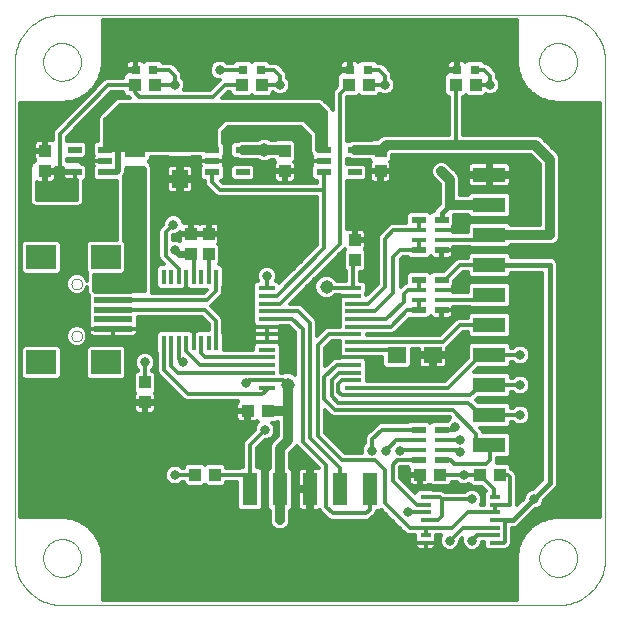
<source format=gtl>
G75*
G70*
%OFA0B0*%
%FSLAX24Y24*%
%IPPOS*%
%LPD*%
%AMOC8*
5,1,8,0,0,1.08239X$1,22.5*
%
%ADD10R,0.0394X0.0433*%
%ADD11R,0.0315X0.0315*%
%ADD12R,0.0433X0.0394*%
%ADD13R,0.0630X0.0551*%
%ADD14R,0.0701X0.0402*%
%ADD15R,0.0551X0.0630*%
%ADD16R,0.0354X0.0138*%
%ADD17R,0.0453X0.0173*%
%ADD18R,0.0453X0.0248*%
%ADD19R,0.0550X0.0137*%
%ADD20R,0.0472X0.0217*%
%ADD21R,0.0512X0.1102*%
%ADD22R,0.0984X0.0787*%
%ADD23R,0.1299X0.0197*%
%ADD24C,0.0000*%
%ADD25R,0.0126X0.0496*%
%ADD26R,0.1102X0.0512*%
%ADD27C,0.0120*%
%ADD28C,0.0320*%
%ADD29C,0.0160*%
%ADD30C,0.0320*%
%ADD31C,0.0200*%
%ADD32C,0.0240*%
%ADD33C,0.0450*%
D10*
X011620Y010650D03*
X012289Y010650D03*
X009954Y013065D03*
X009954Y013735D03*
X011486Y018003D03*
X012079Y018003D03*
X012079Y018672D03*
X011486Y018672D03*
X014617Y020774D03*
X014617Y021443D03*
X013843Y023650D03*
X013174Y023650D03*
X010272Y023650D03*
X009603Y023650D03*
X006617Y021443D03*
X006617Y020774D03*
X016745Y023650D03*
X017414Y023650D03*
X017804Y021443D03*
X017804Y020774D03*
X016954Y018485D03*
X016954Y017815D03*
X020312Y023650D03*
X020981Y023650D03*
X021120Y010650D03*
X021789Y010650D03*
D11*
X020942Y024150D03*
X020351Y024150D03*
X017375Y024150D03*
X016784Y024150D03*
X013804Y024150D03*
X013213Y024150D03*
X010233Y024150D03*
X009643Y024150D03*
D12*
X013370Y012771D03*
X014039Y012771D03*
X019120Y010650D03*
X019789Y010650D03*
D13*
X019545Y014650D03*
X018364Y014650D03*
D14*
X009617Y020758D03*
X009617Y021459D03*
D15*
X011117Y021699D03*
X011117Y020518D03*
D16*
X019303Y009918D03*
X019303Y009662D03*
X019303Y009406D03*
X019303Y009150D03*
X019303Y008894D03*
X019303Y008638D03*
X019303Y008382D03*
X021606Y008382D03*
X021606Y008638D03*
X021606Y008894D03*
X021606Y009150D03*
X021606Y009406D03*
X021606Y009662D03*
X021606Y009918D03*
D17*
X019838Y011493D03*
X019838Y011807D03*
X019070Y011807D03*
X019070Y011493D03*
X019070Y016493D03*
X019070Y016807D03*
X019838Y016807D03*
X019838Y016493D03*
X019838Y018493D03*
X019838Y018807D03*
X019070Y018807D03*
X019070Y018493D03*
D18*
X019070Y018140D03*
X019838Y018140D03*
X019838Y017160D03*
X019070Y017160D03*
X019070Y016140D03*
X019838Y016140D03*
X019838Y019160D03*
X019070Y019160D03*
X019070Y012160D03*
X019838Y012160D03*
X019838Y011140D03*
X019070Y011140D03*
D19*
X016894Y013549D03*
X016894Y013805D03*
X016894Y014061D03*
X016894Y014317D03*
X016894Y014573D03*
X016894Y014829D03*
X016894Y015085D03*
X016894Y015340D03*
X016894Y015596D03*
X016894Y015852D03*
X016894Y016108D03*
X016894Y016364D03*
X016894Y016620D03*
X016894Y016876D03*
X014015Y016876D03*
X014015Y016620D03*
X014015Y016364D03*
X014015Y016108D03*
X014015Y015852D03*
X014015Y015596D03*
X014015Y015340D03*
X014015Y015085D03*
X014015Y014829D03*
X014015Y014573D03*
X014015Y014317D03*
X014015Y014061D03*
X014015Y013805D03*
X014015Y013549D03*
D20*
X013216Y020734D03*
X012193Y020734D03*
X012193Y021108D03*
X012193Y021482D03*
X013216Y021482D03*
X015916Y021482D03*
X015916Y021108D03*
X015916Y020734D03*
X016939Y020734D03*
X016939Y021482D03*
X008628Y021482D03*
X008628Y021108D03*
X008628Y020734D03*
X007605Y020734D03*
X007605Y021482D03*
D21*
X013454Y010173D03*
X014454Y010173D03*
X015454Y010173D03*
X016454Y010173D03*
X017454Y010173D03*
D22*
X008663Y014398D03*
X006498Y014398D03*
X006498Y017902D03*
X008663Y017902D03*
D23*
X008899Y016780D03*
X008899Y016465D03*
X008899Y016150D03*
X008899Y015835D03*
X008899Y015520D03*
D24*
X007187Y006307D02*
X023722Y006307D01*
X023092Y007882D02*
X023094Y007932D01*
X023100Y007982D01*
X023110Y008031D01*
X023124Y008079D01*
X023141Y008126D01*
X023162Y008171D01*
X023187Y008215D01*
X023215Y008256D01*
X023247Y008295D01*
X023281Y008332D01*
X023318Y008366D01*
X023358Y008396D01*
X023400Y008423D01*
X023444Y008447D01*
X023490Y008468D01*
X023537Y008484D01*
X023585Y008497D01*
X023635Y008506D01*
X023684Y008511D01*
X023735Y008512D01*
X023785Y008509D01*
X023834Y008502D01*
X023883Y008491D01*
X023931Y008476D01*
X023977Y008458D01*
X024022Y008436D01*
X024065Y008410D01*
X024106Y008381D01*
X024145Y008349D01*
X024181Y008314D01*
X024213Y008276D01*
X024243Y008236D01*
X024270Y008193D01*
X024293Y008149D01*
X024312Y008103D01*
X024328Y008055D01*
X024340Y008006D01*
X024348Y007957D01*
X024352Y007907D01*
X024352Y007857D01*
X024348Y007807D01*
X024340Y007758D01*
X024328Y007709D01*
X024312Y007661D01*
X024293Y007615D01*
X024270Y007571D01*
X024243Y007528D01*
X024213Y007488D01*
X024181Y007450D01*
X024145Y007415D01*
X024106Y007383D01*
X024065Y007354D01*
X024022Y007328D01*
X023977Y007306D01*
X023931Y007288D01*
X023883Y007273D01*
X023834Y007262D01*
X023785Y007255D01*
X023735Y007252D01*
X023684Y007253D01*
X023635Y007258D01*
X023585Y007267D01*
X023537Y007280D01*
X023490Y007296D01*
X023444Y007317D01*
X023400Y007341D01*
X023358Y007368D01*
X023318Y007398D01*
X023281Y007432D01*
X023247Y007469D01*
X023215Y007508D01*
X023187Y007549D01*
X023162Y007593D01*
X023141Y007638D01*
X023124Y007685D01*
X023110Y007733D01*
X023100Y007782D01*
X023094Y007832D01*
X023092Y007882D01*
X023722Y006307D02*
X023799Y006309D01*
X023876Y006315D01*
X023953Y006324D01*
X024029Y006337D01*
X024105Y006354D01*
X024179Y006375D01*
X024253Y006399D01*
X024325Y006427D01*
X024395Y006458D01*
X024464Y006493D01*
X024532Y006531D01*
X024597Y006572D01*
X024660Y006617D01*
X024721Y006665D01*
X024780Y006715D01*
X024836Y006768D01*
X024889Y006824D01*
X024939Y006883D01*
X024987Y006944D01*
X025032Y007007D01*
X025073Y007072D01*
X025111Y007140D01*
X025146Y007209D01*
X025177Y007279D01*
X025205Y007351D01*
X025229Y007425D01*
X025250Y007499D01*
X025267Y007575D01*
X025280Y007651D01*
X025289Y007728D01*
X025295Y007805D01*
X025297Y007882D01*
X025297Y024418D01*
X023092Y024418D02*
X023094Y024468D01*
X023100Y024518D01*
X023110Y024567D01*
X023124Y024615D01*
X023141Y024662D01*
X023162Y024707D01*
X023187Y024751D01*
X023215Y024792D01*
X023247Y024831D01*
X023281Y024868D01*
X023318Y024902D01*
X023358Y024932D01*
X023400Y024959D01*
X023444Y024983D01*
X023490Y025004D01*
X023537Y025020D01*
X023585Y025033D01*
X023635Y025042D01*
X023684Y025047D01*
X023735Y025048D01*
X023785Y025045D01*
X023834Y025038D01*
X023883Y025027D01*
X023931Y025012D01*
X023977Y024994D01*
X024022Y024972D01*
X024065Y024946D01*
X024106Y024917D01*
X024145Y024885D01*
X024181Y024850D01*
X024213Y024812D01*
X024243Y024772D01*
X024270Y024729D01*
X024293Y024685D01*
X024312Y024639D01*
X024328Y024591D01*
X024340Y024542D01*
X024348Y024493D01*
X024352Y024443D01*
X024352Y024393D01*
X024348Y024343D01*
X024340Y024294D01*
X024328Y024245D01*
X024312Y024197D01*
X024293Y024151D01*
X024270Y024107D01*
X024243Y024064D01*
X024213Y024024D01*
X024181Y023986D01*
X024145Y023951D01*
X024106Y023919D01*
X024065Y023890D01*
X024022Y023864D01*
X023977Y023842D01*
X023931Y023824D01*
X023883Y023809D01*
X023834Y023798D01*
X023785Y023791D01*
X023735Y023788D01*
X023684Y023789D01*
X023635Y023794D01*
X023585Y023803D01*
X023537Y023816D01*
X023490Y023832D01*
X023444Y023853D01*
X023400Y023877D01*
X023358Y023904D01*
X023318Y023934D01*
X023281Y023968D01*
X023247Y024005D01*
X023215Y024044D01*
X023187Y024085D01*
X023162Y024129D01*
X023141Y024174D01*
X023124Y024221D01*
X023110Y024269D01*
X023100Y024318D01*
X023094Y024368D01*
X023092Y024418D01*
X023722Y025993D02*
X023799Y025991D01*
X023876Y025985D01*
X023953Y025976D01*
X024029Y025963D01*
X024105Y025946D01*
X024179Y025925D01*
X024253Y025901D01*
X024325Y025873D01*
X024395Y025842D01*
X024464Y025807D01*
X024532Y025769D01*
X024597Y025728D01*
X024660Y025683D01*
X024721Y025635D01*
X024780Y025585D01*
X024836Y025532D01*
X024889Y025476D01*
X024939Y025417D01*
X024987Y025356D01*
X025032Y025293D01*
X025073Y025228D01*
X025111Y025160D01*
X025146Y025091D01*
X025177Y025021D01*
X025205Y024949D01*
X025229Y024875D01*
X025250Y024801D01*
X025267Y024725D01*
X025280Y024649D01*
X025289Y024572D01*
X025295Y024495D01*
X025297Y024418D01*
X023722Y025993D02*
X007187Y025993D01*
X006557Y024418D02*
X006559Y024468D01*
X006565Y024518D01*
X006575Y024567D01*
X006589Y024615D01*
X006606Y024662D01*
X006627Y024707D01*
X006652Y024751D01*
X006680Y024792D01*
X006712Y024831D01*
X006746Y024868D01*
X006783Y024902D01*
X006823Y024932D01*
X006865Y024959D01*
X006909Y024983D01*
X006955Y025004D01*
X007002Y025020D01*
X007050Y025033D01*
X007100Y025042D01*
X007149Y025047D01*
X007200Y025048D01*
X007250Y025045D01*
X007299Y025038D01*
X007348Y025027D01*
X007396Y025012D01*
X007442Y024994D01*
X007487Y024972D01*
X007530Y024946D01*
X007571Y024917D01*
X007610Y024885D01*
X007646Y024850D01*
X007678Y024812D01*
X007708Y024772D01*
X007735Y024729D01*
X007758Y024685D01*
X007777Y024639D01*
X007793Y024591D01*
X007805Y024542D01*
X007813Y024493D01*
X007817Y024443D01*
X007817Y024393D01*
X007813Y024343D01*
X007805Y024294D01*
X007793Y024245D01*
X007777Y024197D01*
X007758Y024151D01*
X007735Y024107D01*
X007708Y024064D01*
X007678Y024024D01*
X007646Y023986D01*
X007610Y023951D01*
X007571Y023919D01*
X007530Y023890D01*
X007487Y023864D01*
X007442Y023842D01*
X007396Y023824D01*
X007348Y023809D01*
X007299Y023798D01*
X007250Y023791D01*
X007200Y023788D01*
X007149Y023789D01*
X007100Y023794D01*
X007050Y023803D01*
X007002Y023816D01*
X006955Y023832D01*
X006909Y023853D01*
X006865Y023877D01*
X006823Y023904D01*
X006783Y023934D01*
X006746Y023968D01*
X006712Y024005D01*
X006680Y024044D01*
X006652Y024085D01*
X006627Y024129D01*
X006606Y024174D01*
X006589Y024221D01*
X006575Y024269D01*
X006565Y024318D01*
X006559Y024368D01*
X006557Y024418D01*
X005612Y024418D02*
X005614Y024495D01*
X005620Y024572D01*
X005629Y024649D01*
X005642Y024725D01*
X005659Y024801D01*
X005680Y024875D01*
X005704Y024949D01*
X005732Y025021D01*
X005763Y025091D01*
X005798Y025160D01*
X005836Y025228D01*
X005877Y025293D01*
X005922Y025356D01*
X005970Y025417D01*
X006020Y025476D01*
X006073Y025532D01*
X006129Y025585D01*
X006188Y025635D01*
X006249Y025683D01*
X006312Y025728D01*
X006377Y025769D01*
X006445Y025807D01*
X006514Y025842D01*
X006584Y025873D01*
X006656Y025901D01*
X006730Y025925D01*
X006804Y025946D01*
X006880Y025963D01*
X006956Y025976D01*
X007033Y025985D01*
X007110Y025991D01*
X007187Y025993D01*
X005612Y024418D02*
X005612Y007882D01*
X006557Y007882D02*
X006559Y007932D01*
X006565Y007982D01*
X006575Y008031D01*
X006589Y008079D01*
X006606Y008126D01*
X006627Y008171D01*
X006652Y008215D01*
X006680Y008256D01*
X006712Y008295D01*
X006746Y008332D01*
X006783Y008366D01*
X006823Y008396D01*
X006865Y008423D01*
X006909Y008447D01*
X006955Y008468D01*
X007002Y008484D01*
X007050Y008497D01*
X007100Y008506D01*
X007149Y008511D01*
X007200Y008512D01*
X007250Y008509D01*
X007299Y008502D01*
X007348Y008491D01*
X007396Y008476D01*
X007442Y008458D01*
X007487Y008436D01*
X007530Y008410D01*
X007571Y008381D01*
X007610Y008349D01*
X007646Y008314D01*
X007678Y008276D01*
X007708Y008236D01*
X007735Y008193D01*
X007758Y008149D01*
X007777Y008103D01*
X007793Y008055D01*
X007805Y008006D01*
X007813Y007957D01*
X007817Y007907D01*
X007817Y007857D01*
X007813Y007807D01*
X007805Y007758D01*
X007793Y007709D01*
X007777Y007661D01*
X007758Y007615D01*
X007735Y007571D01*
X007708Y007528D01*
X007678Y007488D01*
X007646Y007450D01*
X007610Y007415D01*
X007571Y007383D01*
X007530Y007354D01*
X007487Y007328D01*
X007442Y007306D01*
X007396Y007288D01*
X007348Y007273D01*
X007299Y007262D01*
X007250Y007255D01*
X007200Y007252D01*
X007149Y007253D01*
X007100Y007258D01*
X007050Y007267D01*
X007002Y007280D01*
X006955Y007296D01*
X006909Y007317D01*
X006865Y007341D01*
X006823Y007368D01*
X006783Y007398D01*
X006746Y007432D01*
X006712Y007469D01*
X006680Y007508D01*
X006652Y007549D01*
X006627Y007593D01*
X006606Y007638D01*
X006589Y007685D01*
X006575Y007733D01*
X006565Y007782D01*
X006559Y007832D01*
X006557Y007882D01*
X005612Y007882D02*
X005614Y007805D01*
X005620Y007728D01*
X005629Y007651D01*
X005642Y007575D01*
X005659Y007499D01*
X005680Y007425D01*
X005704Y007351D01*
X005732Y007279D01*
X005763Y007209D01*
X005798Y007140D01*
X005836Y007072D01*
X005877Y007007D01*
X005922Y006944D01*
X005970Y006883D01*
X006020Y006824D01*
X006073Y006768D01*
X006129Y006715D01*
X006188Y006665D01*
X006249Y006617D01*
X006312Y006572D01*
X006377Y006531D01*
X006445Y006493D01*
X006514Y006458D01*
X006584Y006427D01*
X006656Y006399D01*
X006730Y006375D01*
X006804Y006354D01*
X006880Y006337D01*
X006956Y006324D01*
X007033Y006315D01*
X007110Y006309D01*
X007187Y006307D01*
X007502Y015284D02*
X007504Y015310D01*
X007510Y015336D01*
X007520Y015361D01*
X007533Y015384D01*
X007549Y015404D01*
X007569Y015422D01*
X007591Y015437D01*
X007614Y015449D01*
X007640Y015457D01*
X007666Y015461D01*
X007692Y015461D01*
X007718Y015457D01*
X007744Y015449D01*
X007768Y015437D01*
X007789Y015422D01*
X007809Y015404D01*
X007825Y015384D01*
X007838Y015361D01*
X007848Y015336D01*
X007854Y015310D01*
X007856Y015284D01*
X007854Y015258D01*
X007848Y015232D01*
X007838Y015207D01*
X007825Y015184D01*
X007809Y015164D01*
X007789Y015146D01*
X007767Y015131D01*
X007744Y015119D01*
X007718Y015111D01*
X007692Y015107D01*
X007666Y015107D01*
X007640Y015111D01*
X007614Y015119D01*
X007590Y015131D01*
X007569Y015146D01*
X007549Y015164D01*
X007533Y015184D01*
X007520Y015207D01*
X007510Y015232D01*
X007504Y015258D01*
X007502Y015284D01*
X007502Y017016D02*
X007504Y017042D01*
X007510Y017068D01*
X007520Y017093D01*
X007533Y017116D01*
X007549Y017136D01*
X007569Y017154D01*
X007591Y017169D01*
X007614Y017181D01*
X007640Y017189D01*
X007666Y017193D01*
X007692Y017193D01*
X007718Y017189D01*
X007744Y017181D01*
X007768Y017169D01*
X007789Y017154D01*
X007809Y017136D01*
X007825Y017116D01*
X007838Y017093D01*
X007848Y017068D01*
X007854Y017042D01*
X007856Y017016D01*
X007854Y016990D01*
X007848Y016964D01*
X007838Y016939D01*
X007825Y016916D01*
X007809Y016896D01*
X007789Y016878D01*
X007767Y016863D01*
X007744Y016851D01*
X007718Y016843D01*
X007692Y016839D01*
X007666Y016839D01*
X007640Y016843D01*
X007614Y016851D01*
X007590Y016863D01*
X007569Y016878D01*
X007549Y016896D01*
X007533Y016916D01*
X007520Y016939D01*
X007510Y016964D01*
X007504Y016990D01*
X007502Y017016D01*
D25*
X010579Y017244D03*
X010829Y017244D03*
X011079Y017244D03*
X011329Y017244D03*
X011579Y017244D03*
X011829Y017244D03*
X012079Y017244D03*
X012329Y017244D03*
X012329Y015056D03*
X012079Y015056D03*
X011829Y015056D03*
X011579Y015056D03*
X011329Y015056D03*
X011079Y015056D03*
X010829Y015056D03*
X010579Y015056D03*
D26*
X021436Y014650D03*
X021436Y015650D03*
X021436Y016650D03*
X021436Y017650D03*
X021436Y018650D03*
X021436Y019650D03*
X021436Y020650D03*
X021436Y013650D03*
X021436Y012650D03*
X021436Y011650D03*
D27*
X021454Y011631D01*
X021454Y011150D01*
X021329Y011025D01*
X020267Y011025D01*
X020152Y011140D01*
X019838Y011140D01*
X019789Y010650D02*
X020579Y010650D01*
X021120Y010650D01*
X021579Y010190D01*
X021579Y009931D01*
X021579Y009918D01*
X021606Y009918D01*
X021593Y009918D02*
X021579Y009931D01*
X021606Y009662D02*
X022122Y009662D01*
X022122Y010576D01*
X022048Y010650D01*
X021789Y010650D01*
X021671Y011047D02*
X021694Y011102D01*
X021694Y011214D01*
X022062Y011214D01*
X022167Y011320D01*
X022167Y011980D01*
X022062Y012086D01*
X021220Y012086D01*
X021189Y012161D01*
X021136Y012214D01*
X022062Y012214D01*
X022167Y012320D01*
X022167Y012410D01*
X022213Y012410D01*
X022262Y012362D01*
X022387Y012310D01*
X022522Y012310D01*
X022647Y012362D01*
X022743Y012457D01*
X022794Y012582D01*
X022794Y012718D01*
X022743Y012843D01*
X022647Y012938D01*
X022522Y012990D01*
X022387Y012990D01*
X022262Y012938D01*
X022213Y012890D01*
X022167Y012890D01*
X022167Y012980D01*
X022062Y013086D01*
X021045Y013086D01*
X020981Y013150D01*
X021045Y013214D01*
X022062Y013214D01*
X022167Y013320D01*
X022167Y013410D01*
X022213Y013410D01*
X022262Y013362D01*
X022387Y013310D01*
X022522Y013310D01*
X022647Y013362D01*
X022743Y013457D01*
X022794Y013582D01*
X022794Y013718D01*
X022743Y013843D01*
X022647Y013938D01*
X022522Y013990D01*
X022387Y013990D01*
X022262Y013938D01*
X022213Y013890D01*
X022167Y013890D01*
X022167Y013980D01*
X022062Y014086D01*
X020917Y014086D01*
X021045Y014214D01*
X022062Y014214D01*
X022167Y014320D01*
X022167Y014410D01*
X022213Y014410D01*
X022262Y014362D01*
X022387Y014310D01*
X022522Y014310D01*
X022647Y014362D01*
X022743Y014457D01*
X022794Y014582D01*
X022794Y014718D01*
X022743Y014843D01*
X022647Y014938D01*
X022522Y014990D01*
X022387Y014990D01*
X022262Y014938D01*
X022213Y014890D01*
X022167Y014890D01*
X022167Y014980D01*
X022062Y015086D01*
X020810Y015086D01*
X020705Y014980D01*
X020705Y014552D01*
X019942Y013789D01*
X017349Y013789D01*
X017349Y014460D01*
X017328Y014481D01*
X017329Y014483D01*
X017329Y014573D01*
X017329Y014589D01*
X017869Y014589D01*
X017869Y014300D01*
X017974Y014194D01*
X018753Y014194D01*
X018859Y014300D01*
X018859Y014845D01*
X019070Y014845D01*
X019070Y014710D01*
X019485Y014710D01*
X019485Y014590D01*
X019605Y014590D01*
X019605Y014710D01*
X020020Y014710D01*
X020020Y014879D01*
X020025Y014881D01*
X020554Y015410D01*
X020705Y015410D01*
X020705Y015320D01*
X020810Y015214D01*
X022062Y015214D01*
X022167Y015320D01*
X022167Y015980D01*
X022062Y016086D01*
X020810Y016086D01*
X020705Y015980D01*
X020705Y015890D01*
X020407Y015890D01*
X020318Y015853D01*
X020251Y015786D01*
X020251Y015786D01*
X019789Y015325D01*
X017349Y015325D01*
X017349Y015356D01*
X018198Y015356D01*
X018287Y015393D01*
X019858Y015393D01*
X019976Y015512D02*
X018405Y015512D01*
X018524Y015630D02*
X020095Y015630D01*
X020213Y015749D02*
X018642Y015749D01*
X018750Y015856D02*
X018770Y015836D01*
X019371Y015836D01*
X019473Y015937D01*
X019484Y015918D01*
X019514Y015888D01*
X019550Y015867D01*
X019591Y015856D01*
X019836Y015856D01*
X019836Y016138D01*
X019840Y016138D01*
X019840Y015856D01*
X020086Y015856D01*
X020126Y015867D01*
X020351Y015867D01*
X020214Y015954D02*
X020225Y015995D01*
X020225Y016138D01*
X019840Y016138D01*
X019840Y016142D01*
X020225Y016142D01*
X020225Y016253D01*
X020772Y016253D01*
X020810Y016214D01*
X022062Y016214D01*
X022167Y016320D01*
X022167Y016980D01*
X022062Y017086D01*
X020810Y017086D01*
X020705Y016980D01*
X020705Y016733D01*
X020225Y016733D01*
X020225Y016807D01*
X019838Y016807D01*
X019838Y016807D01*
X020225Y016807D01*
X020225Y016915D01*
X020219Y016936D01*
X020245Y016961D01*
X020245Y017101D01*
X020554Y017410D01*
X020705Y017410D01*
X020705Y017320D01*
X020810Y017214D01*
X022062Y017214D01*
X022167Y017320D01*
X022167Y017390D01*
X023194Y017390D01*
X023194Y010476D01*
X022895Y010177D01*
X022855Y010177D01*
X022730Y010126D01*
X022635Y010030D01*
X022583Y009905D01*
X022583Y009865D01*
X022362Y009645D01*
X022362Y010623D01*
X022326Y010712D01*
X022252Y010786D01*
X022184Y010853D01*
X022166Y010861D01*
X022166Y010941D01*
X022060Y011047D01*
X021671Y011047D01*
X021694Y011127D02*
X023194Y011127D01*
X023194Y011009D02*
X022098Y011009D01*
X022166Y010890D02*
X023194Y010890D01*
X023194Y010772D02*
X022266Y010772D01*
X022350Y010653D02*
X023194Y010653D01*
X023194Y010535D02*
X022362Y010535D01*
X022362Y010416D02*
X023134Y010416D01*
X023015Y010298D02*
X022362Y010298D01*
X022362Y010179D02*
X022897Y010179D01*
X022665Y010061D02*
X022362Y010061D01*
X022362Y009942D02*
X022598Y009942D01*
X022541Y009824D02*
X022362Y009824D01*
X022362Y009705D02*
X022423Y009705D01*
X022803Y009350D02*
X025117Y009350D01*
X025117Y009243D02*
X023789Y009243D01*
X023784Y009248D01*
X023716Y009243D01*
X023647Y009243D01*
X023642Y009238D01*
X023601Y009235D01*
X023589Y009243D01*
X023528Y009230D01*
X023467Y009226D01*
X023457Y009215D01*
X023410Y009204D01*
X023396Y009210D01*
X023338Y009189D01*
X023278Y009176D01*
X023270Y009163D01*
X023225Y009146D01*
X023211Y009150D01*
X023156Y009121D01*
X023099Y009099D01*
X023093Y009086D01*
X023050Y009063D01*
X023035Y009065D01*
X022986Y009028D01*
X022932Y008998D01*
X022928Y008984D01*
X022889Y008955D01*
X022874Y008955D01*
X022830Y008911D01*
X022781Y008874D01*
X022779Y008860D01*
X022745Y008825D01*
X022730Y008823D01*
X022693Y008774D01*
X022649Y008730D01*
X022649Y008716D01*
X022620Y008677D01*
X022606Y008673D01*
X022577Y008618D01*
X022540Y008569D01*
X022542Y008555D01*
X022518Y008512D01*
X022505Y008506D01*
X022484Y008448D01*
X022454Y008394D01*
X022458Y008380D01*
X022441Y008334D01*
X022429Y008326D01*
X022416Y008266D01*
X022394Y008208D01*
X022400Y008195D01*
X022390Y008147D01*
X022379Y008138D01*
X022374Y008076D01*
X022361Y008016D01*
X022369Y008003D01*
X022366Y007962D01*
X022361Y007957D01*
X022361Y007889D01*
X022356Y007821D01*
X022361Y007815D01*
X022361Y006487D01*
X008548Y006487D01*
X008548Y007815D01*
X008553Y007821D01*
X008548Y007889D01*
X008548Y007957D01*
X008542Y007962D01*
X008540Y008003D01*
X008547Y008016D01*
X008534Y008076D01*
X008530Y008138D01*
X008519Y008147D01*
X008508Y008195D01*
X008515Y008208D01*
X008493Y008266D01*
X008480Y008326D01*
X008468Y008334D01*
X008451Y008380D01*
X008455Y008394D01*
X008425Y008448D01*
X008404Y008506D01*
X008390Y008512D01*
X008367Y008555D01*
X008369Y008569D01*
X008332Y008618D01*
X008302Y008673D01*
X008288Y008677D01*
X008259Y008716D01*
X008259Y008730D01*
X008216Y008774D01*
X008179Y008823D01*
X008164Y008825D01*
X008130Y008860D01*
X008128Y008874D01*
X008078Y008911D01*
X008035Y008955D01*
X008020Y008955D01*
X007981Y008984D01*
X007977Y008998D01*
X007923Y009028D01*
X007873Y009065D01*
X007859Y009063D01*
X007816Y009086D01*
X007810Y009099D01*
X007752Y009121D01*
X007698Y009150D01*
X007684Y009146D01*
X007638Y009163D01*
X007630Y009176D01*
X007570Y009189D01*
X007512Y009210D01*
X007499Y009204D01*
X007452Y009215D01*
X007442Y009226D01*
X007380Y009230D01*
X007320Y009243D01*
X007308Y009235D01*
X007266Y009238D01*
X007261Y009243D01*
X007193Y009243D01*
X007125Y009248D01*
X007119Y009243D01*
X005792Y009243D01*
X005792Y023057D01*
X007119Y023057D01*
X007125Y023052D01*
X007193Y023057D01*
X007261Y023057D01*
X007266Y023062D01*
X007308Y023065D01*
X007320Y023057D01*
X007380Y023070D01*
X007442Y023074D01*
X007452Y023085D01*
X007499Y023096D01*
X007512Y023090D01*
X007570Y023111D01*
X007630Y023124D01*
X007638Y023137D01*
X007684Y023154D01*
X007698Y023150D01*
X007752Y023179D01*
X007810Y023201D01*
X007816Y023214D01*
X007960Y023214D01*
X007923Y023272D02*
X007977Y023302D01*
X007981Y023316D01*
X008020Y023345D01*
X008035Y023345D01*
X008078Y023389D01*
X008128Y023426D01*
X008130Y023440D01*
X008164Y023475D01*
X008179Y023477D01*
X008216Y023526D01*
X008259Y023570D01*
X008259Y023584D01*
X008288Y023623D01*
X008302Y023627D01*
X008332Y023682D01*
X008369Y023731D01*
X008367Y023745D01*
X008390Y023788D01*
X008404Y023794D01*
X008425Y023852D01*
X008455Y023906D01*
X008451Y023920D01*
X008468Y023966D01*
X008480Y023974D01*
X008493Y024034D01*
X008515Y024092D01*
X008508Y024105D01*
X008519Y024153D01*
X008530Y024162D01*
X008534Y024224D01*
X008547Y024284D01*
X008540Y024297D01*
X008542Y024338D01*
X008548Y024343D01*
X008548Y024411D01*
X008553Y024479D01*
X008548Y024485D01*
X008548Y025813D01*
X022361Y025813D01*
X022361Y024485D01*
X022356Y024479D01*
X022361Y024411D01*
X022361Y024343D01*
X022366Y024338D01*
X022369Y024297D01*
X022361Y024284D01*
X022374Y024224D01*
X022379Y024162D01*
X021594Y024162D01*
X021590Y024166D02*
X021403Y024353D01*
X021315Y024390D01*
X021271Y024390D01*
X021174Y024487D01*
X020710Y024487D01*
X020632Y024410D01*
X020607Y024436D01*
X020570Y024457D01*
X020530Y024467D01*
X020370Y024467D01*
X020370Y024169D01*
X020332Y024169D01*
X020332Y024131D01*
X020034Y024131D01*
X020034Y024040D01*
X019935Y023941D01*
X019935Y023359D01*
X020040Y023253D01*
X020072Y023253D01*
X020072Y021990D01*
X017944Y021990D01*
X017819Y021938D01*
X017720Y021840D01*
X017533Y021840D01*
X017516Y021822D01*
X016872Y021822D01*
X016747Y021771D01*
X016694Y021771D01*
X016694Y023253D01*
X017016Y023253D01*
X017080Y023317D01*
X017143Y023253D01*
X017686Y023253D01*
X017784Y023352D01*
X017887Y023310D01*
X018022Y023310D01*
X018147Y023362D01*
X018243Y023457D01*
X018294Y023582D01*
X018294Y023718D01*
X018243Y023843D01*
X018194Y023891D01*
X018194Y024010D01*
X018158Y024098D01*
X018090Y024166D01*
X017903Y024353D01*
X017815Y024390D01*
X017704Y024390D01*
X017607Y024487D01*
X017143Y024487D01*
X017065Y024410D01*
X017040Y024436D01*
X017003Y024457D01*
X016963Y024467D01*
X016803Y024467D01*
X016803Y024169D01*
X016766Y024169D01*
X016766Y024467D01*
X016606Y024467D01*
X016565Y024457D01*
X016529Y024436D01*
X016499Y024406D01*
X016478Y024369D01*
X016467Y024329D01*
X016467Y024169D01*
X016766Y024169D01*
X016766Y024131D01*
X016467Y024131D01*
X016467Y024040D01*
X016368Y023941D01*
X016368Y023613D01*
X016251Y023495D01*
X016214Y023407D01*
X016214Y022823D01*
X016195Y022869D01*
X015945Y023119D01*
X015945Y023119D01*
X015877Y023187D01*
X015789Y023223D01*
X012533Y023223D01*
X012719Y023410D01*
X012797Y023410D01*
X012797Y023359D01*
X012903Y023253D01*
X013445Y023253D01*
X013509Y023317D01*
X013572Y023253D01*
X014115Y023253D01*
X014220Y023359D01*
X014220Y023403D01*
X014262Y023362D01*
X014387Y023310D01*
X014522Y023310D01*
X014647Y023362D01*
X014743Y023457D01*
X014794Y023582D01*
X014794Y023718D01*
X014743Y023843D01*
X014694Y023891D01*
X014694Y024010D01*
X014658Y024098D01*
X014590Y024166D01*
X014403Y024353D01*
X014315Y024390D01*
X014133Y024390D01*
X014036Y024487D01*
X013572Y024487D01*
X013509Y024424D01*
X013445Y024487D01*
X012981Y024487D01*
X012884Y024390D01*
X012695Y024390D01*
X012647Y024438D01*
X012522Y024490D01*
X012387Y024490D01*
X012262Y024438D01*
X012166Y024343D01*
X012114Y024218D01*
X012114Y024082D01*
X012166Y023957D01*
X012262Y023862D01*
X012387Y023810D01*
X012440Y023810D01*
X012416Y023786D01*
X012416Y023786D01*
X012114Y023484D01*
X011253Y023484D01*
X011294Y023582D01*
X011294Y023718D01*
X011243Y023843D01*
X011194Y023891D01*
X011194Y024010D01*
X011158Y024098D01*
X011090Y024166D01*
X010903Y024353D01*
X010815Y024390D01*
X010563Y024390D01*
X010465Y024487D01*
X010001Y024487D01*
X009924Y024410D01*
X009898Y024436D01*
X009862Y024457D01*
X009821Y024467D01*
X009661Y024467D01*
X009661Y024169D01*
X009624Y024169D01*
X009624Y024467D01*
X009464Y024467D01*
X009423Y024457D01*
X009387Y024436D01*
X009357Y024406D01*
X009336Y024369D01*
X009325Y024329D01*
X009325Y024169D01*
X009624Y024169D01*
X009624Y024131D01*
X009325Y024131D01*
X009325Y024040D01*
X009226Y023941D01*
X009226Y023890D01*
X008688Y023890D01*
X008600Y023853D01*
X006907Y022161D01*
X006871Y022073D01*
X006871Y021810D01*
X006834Y021820D01*
X006655Y021820D01*
X006655Y021482D01*
X006578Y021482D01*
X006578Y021820D01*
X006399Y021820D01*
X006358Y021809D01*
X006321Y021788D01*
X006292Y021758D01*
X006271Y021721D01*
X006260Y021681D01*
X006260Y021482D01*
X006578Y021482D01*
X006578Y021405D01*
X006260Y021405D01*
X006260Y021206D01*
X006271Y021165D01*
X006292Y021128D01*
X006297Y021123D01*
X006263Y021088D01*
X006225Y021072D01*
X006157Y021005D01*
X006121Y020916D01*
X006121Y019759D01*
X006157Y019670D01*
X006225Y019603D01*
X006313Y019566D01*
X007721Y019566D01*
X007809Y019603D01*
X007877Y019670D01*
X007913Y019759D01*
X007913Y020446D01*
X007916Y020446D01*
X008021Y020552D01*
X008021Y020917D01*
X007916Y021023D01*
X007859Y021023D01*
X007809Y021072D01*
X007721Y021109D01*
X007351Y021109D01*
X007351Y021194D01*
X007916Y021194D01*
X008021Y021300D01*
X008021Y021665D01*
X007916Y021771D01*
X007351Y021771D01*
X007351Y021926D01*
X008835Y023410D01*
X009226Y023410D01*
X009226Y023359D01*
X009332Y023253D01*
X009418Y023253D01*
X009448Y023223D01*
X009069Y023223D01*
X008981Y023187D01*
X008481Y022687D01*
X008481Y022687D01*
X008413Y022619D01*
X008377Y022531D01*
X008377Y021771D01*
X008318Y021771D01*
X008212Y021665D01*
X008212Y021300D01*
X008241Y021271D01*
X008232Y021238D01*
X008232Y021108D01*
X008232Y020979D01*
X008241Y020946D01*
X008212Y020917D01*
X008212Y020552D01*
X008318Y020446D01*
X008939Y020446D01*
X008947Y020454D01*
X009027Y020454D01*
X009027Y018476D01*
X008096Y018476D01*
X007991Y018370D01*
X007991Y017434D01*
X008027Y017398D01*
X008027Y017109D01*
X007982Y017218D01*
X007881Y017319D01*
X007750Y017373D01*
X007608Y017373D01*
X007476Y017319D01*
X007376Y017218D01*
X007322Y017087D01*
X007322Y016945D01*
X007376Y016814D01*
X007476Y016713D01*
X007608Y016659D01*
X007750Y016659D01*
X007881Y016713D01*
X007982Y016814D01*
X008027Y016923D01*
X008027Y016727D01*
X008063Y016639D01*
X008070Y016633D01*
X008070Y015662D01*
X008090Y015642D01*
X008090Y015640D01*
X008090Y015520D01*
X008090Y015401D01*
X008101Y015360D01*
X008122Y015323D01*
X008151Y015294D01*
X008188Y015273D01*
X008229Y015262D01*
X008899Y015262D01*
X008899Y015520D01*
X008090Y015520D01*
X008899Y015520D01*
X008899Y015520D01*
X008899Y015520D01*
X008899Y015262D01*
X009570Y015262D01*
X009611Y015273D01*
X009647Y015294D01*
X009677Y015323D01*
X009698Y015360D01*
X009709Y015401D01*
X009709Y015520D01*
X008899Y015520D01*
X008899Y015520D01*
X009709Y015520D01*
X009709Y015640D01*
X009708Y015642D01*
X009729Y015662D01*
X009729Y015910D01*
X011855Y015910D01*
X012089Y015676D01*
X012089Y015484D01*
X011692Y015484D01*
X011670Y015462D01*
X011663Y015464D01*
X011579Y015464D01*
X011495Y015464D01*
X011488Y015462D01*
X011467Y015484D01*
X010442Y015484D01*
X010336Y015378D01*
X010336Y014733D01*
X010339Y014730D01*
X010339Y014446D01*
X010339Y014446D01*
X010339Y014102D01*
X010376Y014014D01*
X010443Y013947D01*
X011188Y013202D01*
X011188Y013202D01*
X011256Y013134D01*
X011344Y013098D01*
X013057Y013098D01*
X013055Y013096D01*
X013025Y013066D01*
X013004Y013030D01*
X012993Y012989D01*
X012993Y012810D01*
X013331Y012810D01*
X013331Y012733D01*
X012993Y012733D01*
X012993Y012553D01*
X013004Y012513D01*
X013025Y012476D01*
X013055Y012446D01*
X013091Y012425D01*
X013132Y012414D01*
X013331Y012414D01*
X013331Y012733D01*
X013408Y012733D01*
X013408Y012414D01*
X013607Y012414D01*
X013648Y012425D01*
X013684Y012446D01*
X013690Y012452D01*
X013733Y012409D01*
X013666Y012343D01*
X013614Y012218D01*
X013614Y012149D01*
X013318Y011853D01*
X013251Y011786D01*
X013214Y011698D01*
X013214Y010904D01*
X013124Y010904D01*
X013110Y010890D01*
X012666Y010890D01*
X012666Y010941D01*
X012560Y011047D01*
X012018Y011047D01*
X011954Y010983D01*
X011891Y011047D01*
X011348Y011047D01*
X011243Y010941D01*
X011243Y010890D01*
X011195Y010890D01*
X011147Y010938D01*
X011022Y010990D01*
X010887Y010990D01*
X010762Y010938D01*
X010666Y010843D01*
X010614Y010718D01*
X010614Y010582D01*
X010666Y010457D01*
X010762Y010362D01*
X010887Y010310D01*
X011022Y010310D01*
X011147Y010362D01*
X011195Y010410D01*
X011243Y010410D01*
X011243Y010359D01*
X011348Y010253D01*
X011891Y010253D01*
X011954Y010317D01*
X012018Y010253D01*
X012560Y010253D01*
X012666Y010359D01*
X012666Y010410D01*
X013018Y010410D01*
X013018Y009547D01*
X013124Y009442D01*
X013785Y009442D01*
X013890Y009547D01*
X013890Y010799D01*
X013785Y010904D01*
X013694Y010904D01*
X013694Y011551D01*
X013954Y011810D01*
X014022Y011810D01*
X014147Y011862D01*
X014243Y011957D01*
X014294Y012082D01*
X014294Y012218D01*
X014243Y012343D01*
X014191Y012394D01*
X014330Y012394D01*
X014367Y012431D01*
X014390Y012431D01*
X014390Y011942D01*
X014166Y011718D01*
X014114Y011593D01*
X014114Y010894D01*
X014018Y010799D01*
X014018Y009547D01*
X014114Y009451D01*
X014114Y009082D01*
X014166Y008957D01*
X014262Y008862D01*
X014387Y008810D01*
X014522Y008810D01*
X014647Y008862D01*
X014743Y008957D01*
X014794Y009082D01*
X014794Y009451D01*
X014890Y009547D01*
X014890Y010799D01*
X014794Y010894D01*
X014794Y011385D01*
X015015Y011606D01*
X015739Y010882D01*
X015731Y010884D01*
X015514Y010884D01*
X015514Y010233D01*
X015394Y010233D01*
X015394Y010113D01*
X015038Y010113D01*
X015038Y009601D01*
X015049Y009560D01*
X015070Y009523D01*
X015100Y009494D01*
X015137Y009473D01*
X015177Y009462D01*
X015394Y009462D01*
X015394Y010113D01*
X015514Y010113D01*
X015514Y009462D01*
X015731Y009462D01*
X015772Y009473D01*
X015773Y009473D01*
X015782Y009452D01*
X016001Y009233D01*
X016001Y009233D01*
X016068Y009165D01*
X016157Y009129D01*
X017377Y009129D01*
X017465Y009165D01*
X017590Y009290D01*
X017658Y009358D01*
X017693Y009442D01*
X017785Y009442D01*
X017835Y009492D01*
X018569Y008758D01*
X018637Y008691D01*
X018725Y008654D01*
X018946Y008654D01*
X018946Y008495D01*
X018966Y008474D01*
X018966Y008472D01*
X018966Y008382D01*
X018966Y008292D01*
X018976Y008252D01*
X018998Y008215D01*
X019027Y008185D01*
X019064Y008164D01*
X019105Y008153D01*
X019303Y008153D01*
X019501Y008153D01*
X019542Y008164D01*
X019578Y008185D01*
X019608Y008215D01*
X019629Y008252D01*
X019640Y008292D01*
X019640Y008382D01*
X019303Y008382D01*
X019303Y008382D01*
X019303Y008153D01*
X019303Y008382D01*
X019303Y008382D01*
X019640Y008382D01*
X019640Y008472D01*
X019639Y008474D01*
X019660Y008495D01*
X019660Y008654D01*
X019822Y008654D01*
X019771Y008530D01*
X019771Y008395D01*
X019822Y008270D01*
X019918Y008174D01*
X020043Y008123D01*
X020178Y008123D01*
X020303Y008174D01*
X020399Y008270D01*
X020451Y008395D01*
X020451Y008463D01*
X020523Y008535D01*
X020521Y008530D01*
X020521Y008395D01*
X020572Y008270D01*
X020668Y008174D01*
X020793Y008123D01*
X020928Y008123D01*
X021053Y008174D01*
X021149Y008270D01*
X021201Y008395D01*
X021201Y008398D01*
X021249Y008398D01*
X021249Y008239D01*
X021354Y008133D01*
X021858Y008133D01*
X021867Y008142D01*
X021953Y008142D01*
X022041Y008179D01*
X022090Y008228D01*
X022158Y008295D01*
X022194Y008384D01*
X022194Y008890D01*
X022287Y008890D01*
X022383Y008930D01*
X022456Y009003D01*
X022951Y009498D01*
X022991Y009498D01*
X023116Y009549D01*
X023211Y009645D01*
X023263Y009770D01*
X023263Y009810D01*
X023675Y010221D01*
X023714Y010317D01*
X023714Y017702D01*
X023675Y017797D01*
X023602Y017870D01*
X023506Y017910D01*
X022167Y017910D01*
X022167Y017980D01*
X022062Y018086D01*
X020810Y018086D01*
X020705Y017980D01*
X020705Y017890D01*
X020407Y017890D01*
X020318Y017853D01*
X019929Y017464D01*
X019537Y017464D01*
X019454Y017381D01*
X019371Y017464D01*
X018770Y017464D01*
X018664Y017358D01*
X018664Y017047D01*
X018658Y017047D01*
X018570Y017011D01*
X018476Y016917D01*
X018476Y017832D01*
X018544Y017900D01*
X018706Y017900D01*
X018770Y017836D01*
X019371Y017836D01*
X019473Y017937D01*
X019484Y017918D01*
X019514Y017888D01*
X019550Y017867D01*
X019591Y017856D01*
X019836Y017856D01*
X019836Y018138D01*
X019840Y018138D01*
X019840Y017856D01*
X020086Y017856D01*
X020126Y017867D01*
X020163Y017888D01*
X020193Y017918D01*
X020214Y017954D01*
X020225Y017995D01*
X020225Y018138D01*
X019840Y018138D01*
X019840Y018142D01*
X020225Y018142D01*
X020225Y018253D01*
X020772Y018253D01*
X020810Y018214D01*
X022062Y018214D01*
X022157Y018310D01*
X023522Y018310D01*
X023647Y018362D01*
X023743Y018457D01*
X023794Y018582D01*
X023794Y021218D01*
X023743Y021343D01*
X023647Y021438D01*
X023147Y021938D01*
X023022Y021990D01*
X020552Y021990D01*
X020552Y023253D01*
X020583Y023253D01*
X020646Y023317D01*
X020710Y023253D01*
X021253Y023253D01*
X021332Y023333D01*
X021387Y023310D01*
X021522Y023310D01*
X021647Y023362D01*
X021743Y023457D01*
X021794Y023582D01*
X021794Y023718D01*
X021743Y023843D01*
X021694Y023891D01*
X021694Y024010D01*
X021658Y024098D01*
X021590Y024166D01*
X021681Y024044D02*
X022412Y024044D01*
X022416Y024034D02*
X022429Y023974D01*
X022441Y023966D01*
X022458Y023920D01*
X022454Y023906D01*
X022484Y023852D01*
X022505Y023794D01*
X022518Y023788D01*
X022542Y023745D01*
X022540Y023731D01*
X022577Y023682D01*
X022606Y023627D01*
X022620Y023623D01*
X022649Y023584D01*
X022649Y023570D01*
X022693Y023526D01*
X022730Y023477D01*
X022745Y023475D01*
X022779Y023440D01*
X022781Y023426D01*
X022830Y023389D01*
X022874Y023345D01*
X022889Y023345D01*
X022928Y023316D01*
X022932Y023302D01*
X022986Y023272D01*
X023035Y023235D01*
X023050Y023237D01*
X023093Y023214D01*
X020552Y023214D01*
X020552Y023096D02*
X023381Y023096D01*
X023396Y023090D02*
X023410Y023096D01*
X023457Y023085D01*
X023467Y023074D01*
X023528Y023070D01*
X023589Y023057D01*
X023601Y023065D01*
X023642Y023062D01*
X023647Y023057D01*
X023716Y023057D01*
X023784Y023052D01*
X023789Y023057D01*
X025117Y023057D01*
X025117Y009243D01*
X025117Y009468D02*
X022921Y009468D01*
X023153Y009587D02*
X025117Y009587D01*
X025117Y009705D02*
X023236Y009705D01*
X023277Y009824D02*
X025117Y009824D01*
X025117Y009942D02*
X023395Y009942D01*
X023514Y010061D02*
X025117Y010061D01*
X025117Y010179D02*
X023632Y010179D01*
X023706Y010298D02*
X025117Y010298D01*
X025117Y010416D02*
X023714Y010416D01*
X023714Y010535D02*
X025117Y010535D01*
X025117Y010653D02*
X023714Y010653D01*
X023714Y010772D02*
X025117Y010772D01*
X025117Y010890D02*
X023714Y010890D01*
X023714Y011009D02*
X025117Y011009D01*
X025117Y011127D02*
X023714Y011127D01*
X023714Y011246D02*
X025117Y011246D01*
X025117Y011364D02*
X023714Y011364D01*
X023714Y011483D02*
X025117Y011483D01*
X025117Y011601D02*
X023714Y011601D01*
X023714Y011720D02*
X025117Y011720D01*
X025117Y011838D02*
X023714Y011838D01*
X023714Y011957D02*
X025117Y011957D01*
X025117Y012075D02*
X023714Y012075D01*
X023714Y012194D02*
X025117Y012194D01*
X025117Y012312D02*
X023714Y012312D01*
X023714Y012431D02*
X025117Y012431D01*
X025117Y012549D02*
X023714Y012549D01*
X023714Y012668D02*
X025117Y012668D01*
X025117Y012786D02*
X023714Y012786D01*
X023714Y012905D02*
X025117Y012905D01*
X025117Y013023D02*
X023714Y013023D01*
X023714Y013142D02*
X025117Y013142D01*
X025117Y013260D02*
X023714Y013260D01*
X023714Y013379D02*
X025117Y013379D01*
X025117Y013497D02*
X023714Y013497D01*
X023714Y013616D02*
X025117Y013616D01*
X025117Y013734D02*
X023714Y013734D01*
X023714Y013853D02*
X025117Y013853D01*
X025117Y013971D02*
X023714Y013971D01*
X023714Y014090D02*
X025117Y014090D01*
X025117Y014208D02*
X023714Y014208D01*
X023714Y014327D02*
X025117Y014327D01*
X025117Y014445D02*
X023714Y014445D01*
X023714Y014564D02*
X025117Y014564D01*
X025117Y014682D02*
X023714Y014682D01*
X023714Y014801D02*
X025117Y014801D01*
X025117Y014919D02*
X023714Y014919D01*
X023714Y015038D02*
X025117Y015038D01*
X025117Y015156D02*
X023714Y015156D01*
X023714Y015275D02*
X025117Y015275D01*
X025117Y015393D02*
X023714Y015393D01*
X023714Y015512D02*
X025117Y015512D01*
X025117Y015630D02*
X023714Y015630D01*
X023714Y015749D02*
X025117Y015749D01*
X025117Y015867D02*
X023714Y015867D01*
X023714Y015986D02*
X025117Y015986D01*
X025117Y016104D02*
X023714Y016104D01*
X023714Y016223D02*
X025117Y016223D01*
X025117Y016341D02*
X023714Y016341D01*
X023714Y016460D02*
X025117Y016460D01*
X025117Y016578D02*
X023714Y016578D01*
X023714Y016697D02*
X025117Y016697D01*
X025117Y016815D02*
X023714Y016815D01*
X023714Y016934D02*
X025117Y016934D01*
X025117Y017052D02*
X023714Y017052D01*
X023714Y017171D02*
X025117Y017171D01*
X025117Y017289D02*
X023714Y017289D01*
X023714Y017408D02*
X025117Y017408D01*
X025117Y017526D02*
X023714Y017526D01*
X023714Y017645D02*
X025117Y017645D01*
X025117Y017763D02*
X023689Y017763D01*
X023575Y017882D02*
X025117Y017882D01*
X025117Y018000D02*
X022147Y018000D01*
X022084Y018237D02*
X025117Y018237D01*
X025117Y018119D02*
X020225Y018119D01*
X020225Y018237D02*
X020787Y018237D01*
X020724Y018000D02*
X020225Y018000D01*
X020151Y017882D02*
X020386Y017882D01*
X020228Y017763D02*
X018476Y017763D01*
X018476Y017645D02*
X020109Y017645D01*
X019991Y017526D02*
X018476Y017526D01*
X018476Y017408D02*
X018713Y017408D01*
X018664Y017289D02*
X018476Y017289D01*
X018476Y017171D02*
X018664Y017171D01*
X018664Y017052D02*
X018476Y017052D01*
X018476Y016934D02*
X018492Y016934D01*
X018706Y016807D02*
X018579Y016681D01*
X018579Y016431D01*
X018000Y015852D01*
X016894Y015852D01*
X016894Y015596D02*
X018151Y015596D01*
X018694Y016140D01*
X019070Y016140D01*
X019070Y016493D01*
X019070Y016807D02*
X018706Y016807D01*
X019070Y016807D02*
X019070Y017160D01*
X019428Y017408D02*
X019481Y017408D01*
X019838Y017160D02*
X019964Y017160D01*
X020454Y017650D01*
X021436Y017650D01*
X022136Y017289D02*
X023194Y017289D01*
X023194Y017171D02*
X020314Y017171D01*
X020245Y017052D02*
X020776Y017052D01*
X020705Y016934D02*
X020220Y016934D01*
X020225Y016815D02*
X020705Y016815D01*
X021278Y016493D02*
X021436Y016650D01*
X021278Y016493D02*
X019838Y016493D01*
X019836Y016104D02*
X019840Y016104D01*
X019836Y015986D02*
X019840Y015986D01*
X019836Y015867D02*
X019840Y015867D01*
X020126Y015867D02*
X020163Y015888D01*
X020193Y015918D01*
X020214Y015954D01*
X020222Y015986D02*
X020710Y015986D01*
X020802Y016223D02*
X020225Y016223D01*
X020225Y016104D02*
X023194Y016104D01*
X023194Y015986D02*
X022162Y015986D01*
X022167Y015867D02*
X023194Y015867D01*
X023194Y015749D02*
X022167Y015749D01*
X022167Y015630D02*
X023194Y015630D01*
X023194Y015512D02*
X022167Y015512D01*
X022167Y015393D02*
X023194Y015393D01*
X023194Y015275D02*
X022122Y015275D01*
X022110Y015038D02*
X023194Y015038D01*
X023194Y015156D02*
X020300Y015156D01*
X020418Y015275D02*
X020750Y015275D01*
X020705Y015393D02*
X020537Y015393D01*
X020454Y015650D02*
X019889Y015085D01*
X016894Y015085D01*
X016894Y015340D02*
X016082Y015340D01*
X015723Y014981D01*
X015723Y011944D01*
X016517Y011150D01*
X017611Y011150D01*
X017954Y010806D01*
X017954Y009713D01*
X018773Y008894D01*
X019303Y008894D01*
X020198Y008894D01*
X020710Y009406D01*
X021606Y009406D01*
X021606Y009662D01*
X021249Y009646D02*
X021149Y009646D01*
X021201Y009770D01*
X021201Y009905D01*
X021149Y010030D01*
X021053Y010126D01*
X020928Y010177D01*
X020793Y010177D01*
X020668Y010126D01*
X020620Y010077D01*
X019960Y010077D01*
X019916Y010121D01*
X019828Y010158D01*
X019563Y010158D01*
X019554Y010167D01*
X019051Y010167D01*
X018946Y010061D01*
X018946Y010061D01*
X018444Y010562D01*
X018444Y010894D01*
X018450Y010900D01*
X018706Y010900D01*
X018743Y010863D01*
X018743Y010688D01*
X019081Y010688D01*
X019081Y010612D01*
X018743Y010612D01*
X018743Y010432D01*
X018754Y010391D01*
X018775Y010355D01*
X018805Y010325D01*
X018841Y010304D01*
X018882Y010293D01*
X019081Y010293D01*
X019081Y010612D01*
X019158Y010612D01*
X019158Y010293D01*
X019357Y010293D01*
X019398Y010304D01*
X019434Y010325D01*
X019440Y010331D01*
X019498Y010273D01*
X020080Y010273D01*
X020186Y010379D01*
X020186Y010410D01*
X020338Y010410D01*
X020387Y010362D01*
X020512Y010310D01*
X020647Y010310D01*
X020749Y010352D01*
X020848Y010253D01*
X021177Y010253D01*
X021309Y010121D01*
X021249Y010061D01*
X021249Y009646D01*
X021249Y009705D02*
X021174Y009705D01*
X021201Y009824D02*
X021249Y009824D01*
X021249Y009942D02*
X021185Y009942D01*
X021249Y010061D02*
X021118Y010061D01*
X021251Y010179D02*
X018827Y010179D01*
X018866Y010298D02*
X018709Y010298D01*
X018747Y010416D02*
X018590Y010416D01*
X018472Y010535D02*
X018743Y010535D01*
X018743Y010772D02*
X018444Y010772D01*
X018444Y010890D02*
X018716Y010890D01*
X018444Y010653D02*
X019081Y010653D01*
X019081Y010535D02*
X019158Y010535D01*
X019158Y010416D02*
X019081Y010416D01*
X019081Y010298D02*
X019158Y010298D01*
X019374Y010298D02*
X019474Y010298D01*
X020104Y010298D02*
X020804Y010298D01*
X020861Y009838D02*
X019861Y009838D01*
X019861Y009275D01*
X019736Y009150D01*
X019303Y009150D01*
X019303Y009406D02*
X018730Y009406D01*
X018704Y009431D01*
X019005Y009662D02*
X019303Y009662D01*
X019303Y009918D02*
X019780Y009918D01*
X019861Y009838D01*
X019005Y009662D02*
X018204Y010463D01*
X018204Y010994D01*
X018351Y011140D01*
X019070Y011140D01*
X019070Y011493D02*
X018484Y011493D01*
X018454Y011463D01*
X018331Y011807D02*
X017986Y011463D01*
X017517Y011463D02*
X017517Y011838D01*
X017839Y012160D01*
X019070Y012160D01*
X019070Y011807D02*
X018331Y011807D01*
X018706Y012400D02*
X017791Y012400D01*
X017703Y012363D01*
X017381Y012041D01*
X017313Y011973D01*
X017277Y011885D01*
X017277Y011703D01*
X017229Y011655D01*
X017177Y011530D01*
X017177Y011395D01*
X017179Y011390D01*
X016616Y011390D01*
X015963Y012043D01*
X015963Y012802D01*
X016095Y012670D01*
X016162Y012603D01*
X016250Y012566D01*
X020105Y012566D01*
X020129Y012542D01*
X020105Y012532D01*
X020037Y012464D01*
X019537Y012464D01*
X019454Y012381D01*
X019371Y012464D01*
X018770Y012464D01*
X018706Y012400D01*
X018736Y012431D02*
X015963Y012431D01*
X015963Y012549D02*
X020122Y012549D01*
X020204Y012806D02*
X020986Y012025D01*
X020986Y011681D01*
X020954Y011650D01*
X021436Y011650D01*
X022167Y011601D02*
X023194Y011601D01*
X023194Y011483D02*
X022167Y011483D01*
X022167Y011364D02*
X023194Y011364D01*
X023194Y011246D02*
X022093Y011246D01*
X022167Y011720D02*
X023194Y011720D01*
X023194Y011838D02*
X022167Y011838D01*
X022167Y011957D02*
X023194Y011957D01*
X023194Y012075D02*
X022072Y012075D01*
X022159Y012312D02*
X022382Y012312D01*
X022527Y012312D02*
X023194Y012312D01*
X023194Y012194D02*
X021156Y012194D01*
X021436Y012650D02*
X021280Y012806D01*
X020986Y012806D01*
X020736Y013056D01*
X016392Y013056D01*
X016173Y013275D01*
X016173Y013806D01*
X016428Y014061D01*
X016894Y014061D01*
X016894Y014317D02*
X016340Y014317D01*
X015923Y013900D01*
X015923Y013181D01*
X016298Y012806D01*
X020204Y012806D01*
X020298Y012244D02*
X020214Y012160D01*
X019838Y012160D01*
X019838Y011807D02*
X020362Y011807D01*
X020454Y011806D01*
X020393Y011493D02*
X019838Y011493D01*
X020393Y011493D02*
X020454Y011431D01*
X019504Y012431D02*
X019405Y012431D01*
X020798Y013306D02*
X021142Y013650D01*
X021436Y013650D01*
X022454Y013650D01*
X022341Y013971D02*
X022167Y013971D01*
X022568Y013971D02*
X023194Y013971D01*
X023194Y013853D02*
X022733Y013853D01*
X022788Y013734D02*
X023194Y013734D01*
X023194Y013616D02*
X022794Y013616D01*
X022759Y013497D02*
X023194Y013497D01*
X023194Y013379D02*
X022664Y013379D01*
X022245Y013379D02*
X022167Y013379D01*
X022107Y013260D02*
X023194Y013260D01*
X023194Y013142D02*
X020990Y013142D01*
X020798Y013306D02*
X016517Y013306D01*
X016392Y013431D01*
X016392Y013681D01*
X016516Y013805D01*
X016894Y013805D01*
X016894Y013549D02*
X020041Y013549D01*
X021142Y014650D01*
X021436Y014650D01*
X022454Y014650D01*
X022347Y014327D02*
X022167Y014327D01*
X022562Y014327D02*
X023194Y014327D01*
X023194Y014445D02*
X022730Y014445D01*
X022787Y014564D02*
X023194Y014564D01*
X023194Y014682D02*
X022794Y014682D01*
X022760Y014801D02*
X023194Y014801D01*
X023194Y014919D02*
X022666Y014919D01*
X022243Y014919D02*
X022167Y014919D01*
X021436Y015650D02*
X020454Y015650D01*
X020181Y015038D02*
X020762Y015038D01*
X020705Y014919D02*
X020063Y014919D01*
X020020Y014801D02*
X020705Y014801D01*
X020705Y014682D02*
X019605Y014682D01*
X019605Y014590D02*
X020020Y014590D01*
X020020Y014353D01*
X020009Y014313D01*
X019988Y014276D01*
X019958Y014246D01*
X019922Y014225D01*
X019881Y014214D01*
X019605Y014214D01*
X019605Y014590D01*
X019605Y014564D02*
X019485Y014564D01*
X019485Y014590D02*
X019485Y014214D01*
X019209Y014214D01*
X019168Y014225D01*
X019132Y014246D01*
X019102Y014276D01*
X019081Y014313D01*
X019070Y014353D01*
X019070Y014590D01*
X019485Y014590D01*
X019485Y014682D02*
X018859Y014682D01*
X018859Y014564D02*
X019070Y014564D01*
X019070Y014445D02*
X018859Y014445D01*
X018859Y014327D02*
X019077Y014327D01*
X018767Y014208D02*
X020360Y014208D01*
X020242Y014090D02*
X017349Y014090D01*
X017349Y014208D02*
X017961Y014208D01*
X017869Y014327D02*
X017349Y014327D01*
X017349Y014445D02*
X017869Y014445D01*
X017869Y014564D02*
X017329Y014564D01*
X017329Y014573D02*
X016894Y014573D01*
X017329Y014573D01*
X016894Y014573D02*
X016894Y014573D01*
X016444Y014573D01*
X016204Y014813D01*
X016000Y014919D02*
X016439Y014919D01*
X016439Y014801D02*
X015963Y014801D01*
X015963Y014882D02*
X015963Y014279D01*
X016204Y014520D01*
X016292Y014557D01*
X016459Y014557D01*
X016459Y014573D01*
X016894Y014573D01*
X016894Y014573D01*
X016459Y014573D01*
X016459Y014662D01*
X016459Y014665D01*
X016439Y014686D01*
X016439Y015100D01*
X016182Y015100D01*
X015963Y014882D01*
X015963Y014682D02*
X016442Y014682D01*
X016459Y014564D02*
X015963Y014564D01*
X015963Y014445D02*
X016129Y014445D01*
X016010Y014327D02*
X015963Y014327D01*
X016119Y015038D02*
X016439Y015038D01*
X016894Y014829D02*
X018248Y014829D01*
X018364Y014650D01*
X018859Y014801D02*
X019070Y014801D01*
X019485Y014445D02*
X019605Y014445D01*
X019605Y014327D02*
X019485Y014327D01*
X020013Y014327D02*
X020479Y014327D01*
X020597Y014445D02*
X020020Y014445D01*
X020020Y014564D02*
X020705Y014564D01*
X021039Y014208D02*
X023194Y014208D01*
X023194Y014090D02*
X020921Y014090D01*
X020123Y013971D02*
X017349Y013971D01*
X017349Y013853D02*
X020005Y013853D01*
X021436Y012650D02*
X022454Y012650D01*
X022228Y012905D02*
X022167Y012905D01*
X022124Y013023D02*
X023194Y013023D01*
X023194Y012905D02*
X022681Y012905D01*
X022766Y012786D02*
X023194Y012786D01*
X023194Y012668D02*
X022794Y012668D01*
X022781Y012549D02*
X023194Y012549D01*
X023194Y012431D02*
X022716Y012431D01*
X022684Y009231D02*
X023533Y009231D01*
X023134Y009113D02*
X022566Y009113D01*
X022456Y009003D02*
X022456Y009003D01*
X022447Y008994D02*
X022931Y008994D01*
X022783Y008876D02*
X022194Y008876D01*
X022194Y008757D02*
X022676Y008757D01*
X022588Y008639D02*
X022194Y008639D01*
X022194Y008520D02*
X022523Y008520D01*
X022458Y008402D02*
X022194Y008402D01*
X022145Y008283D02*
X022419Y008283D01*
X022394Y008165D02*
X022007Y008165D01*
X022090Y008228D02*
X022090Y008228D01*
X021905Y008382D02*
X021606Y008382D01*
X021606Y008638D02*
X021036Y008638D01*
X020861Y008463D01*
X021030Y008165D02*
X021323Y008165D01*
X021249Y008283D02*
X021154Y008283D01*
X020692Y008165D02*
X020280Y008165D01*
X020404Y008283D02*
X020567Y008283D01*
X020521Y008402D02*
X020451Y008402D01*
X020507Y008520D02*
X020521Y008520D01*
X020542Y008894D02*
X020111Y008463D01*
X019942Y008165D02*
X019542Y008165D01*
X019637Y008283D02*
X019817Y008283D01*
X019771Y008402D02*
X019640Y008402D01*
X019660Y008520D02*
X019771Y008520D01*
X019815Y008639D02*
X019660Y008639D01*
X019303Y008638D02*
X019303Y008894D01*
X018946Y008639D02*
X008321Y008639D01*
X008386Y008520D02*
X018946Y008520D01*
X018966Y008402D02*
X008450Y008402D01*
X008489Y008283D02*
X018968Y008283D01*
X018966Y008382D02*
X019303Y008382D01*
X019303Y008382D01*
X018966Y008382D01*
X019063Y008165D02*
X008515Y008165D01*
X008541Y008046D02*
X022368Y008046D01*
X022361Y007928D02*
X008548Y007928D01*
X008548Y007809D02*
X022361Y007809D01*
X022361Y007691D02*
X008548Y007691D01*
X008548Y007572D02*
X022361Y007572D01*
X022361Y007454D02*
X008548Y007454D01*
X008548Y007335D02*
X022361Y007335D01*
X022361Y007217D02*
X008548Y007217D01*
X008548Y007098D02*
X022361Y007098D01*
X022361Y006980D02*
X008548Y006980D01*
X008548Y006861D02*
X022361Y006861D01*
X022361Y006743D02*
X008548Y006743D01*
X008548Y006624D02*
X022361Y006624D01*
X022361Y006506D02*
X008548Y006506D01*
X008233Y008757D02*
X018570Y008757D01*
X018452Y008876D02*
X014661Y008876D01*
X014758Y008994D02*
X018333Y008994D01*
X018215Y009113D02*
X014794Y009113D01*
X014794Y009231D02*
X016003Y009231D01*
X015884Y009350D02*
X014794Y009350D01*
X014811Y009468D02*
X015154Y009468D01*
X015042Y009587D02*
X014890Y009587D01*
X014890Y009705D02*
X015038Y009705D01*
X015038Y009824D02*
X014890Y009824D01*
X014890Y009942D02*
X015038Y009942D01*
X015038Y010061D02*
X014890Y010061D01*
X014890Y010179D02*
X015394Y010179D01*
X015394Y010233D02*
X015038Y010233D01*
X015038Y010745D01*
X015049Y010786D01*
X015070Y010822D01*
X015100Y010852D01*
X015137Y010873D01*
X015177Y010884D01*
X015394Y010884D01*
X015394Y010233D01*
X015394Y010298D02*
X015514Y010298D01*
X015514Y010416D02*
X015394Y010416D01*
X015394Y010535D02*
X015514Y010535D01*
X015514Y010653D02*
X015394Y010653D01*
X015394Y010772D02*
X015514Y010772D01*
X015731Y010890D02*
X014799Y010890D01*
X014794Y011009D02*
X015613Y011009D01*
X015494Y011127D02*
X014794Y011127D01*
X014794Y011246D02*
X015376Y011246D01*
X015257Y011364D02*
X014794Y011364D01*
X014892Y011483D02*
X015139Y011483D01*
X015020Y011601D02*
X015011Y011601D01*
X015204Y011756D02*
X015986Y010975D01*
X015986Y009588D01*
X016204Y009369D01*
X017329Y009369D01*
X017454Y009494D01*
X017454Y010173D01*
X017811Y009468D02*
X017859Y009468D01*
X017978Y009350D02*
X017649Y009350D01*
X017531Y009231D02*
X018096Y009231D01*
X019303Y008283D02*
X019303Y008283D01*
X019303Y008165D02*
X019303Y008165D01*
X020542Y008894D02*
X021606Y008894D01*
X021606Y009150D02*
X021948Y009150D01*
X021954Y009144D01*
X021961Y009150D01*
X021954Y009144D02*
X021954Y008431D01*
X021905Y008382D01*
X017177Y011483D02*
X016524Y011483D01*
X016405Y011601D02*
X017206Y011601D01*
X017277Y011720D02*
X016287Y011720D01*
X016168Y011838D02*
X017277Y011838D01*
X017306Y011957D02*
X016050Y011957D01*
X015963Y012075D02*
X017415Y012075D01*
X017533Y012194D02*
X015963Y012194D01*
X015963Y012312D02*
X017652Y012312D01*
X016097Y012668D02*
X015963Y012668D01*
X015963Y012786D02*
X015979Y012786D01*
X015454Y011869D02*
X016454Y010869D01*
X016454Y010173D01*
X015514Y010061D02*
X015394Y010061D01*
X015394Y009942D02*
X015514Y009942D01*
X015514Y009824D02*
X015394Y009824D01*
X015394Y009705D02*
X015514Y009705D01*
X015514Y009587D02*
X015394Y009587D01*
X015394Y009468D02*
X015514Y009468D01*
X015755Y009468D02*
X015775Y009468D01*
X015038Y010298D02*
X014890Y010298D01*
X014890Y010416D02*
X015038Y010416D01*
X015038Y010535D02*
X014890Y010535D01*
X014890Y010653D02*
X015038Y010653D01*
X015046Y010772D02*
X014890Y010772D01*
X014110Y010890D02*
X013799Y010890D01*
X013890Y010772D02*
X014018Y010772D01*
X014018Y010653D02*
X013890Y010653D01*
X013890Y010535D02*
X014018Y010535D01*
X014018Y010416D02*
X013890Y010416D01*
X013890Y010298D02*
X014018Y010298D01*
X014018Y010179D02*
X013890Y010179D01*
X013890Y010061D02*
X014018Y010061D01*
X014018Y009942D02*
X013890Y009942D01*
X013890Y009824D02*
X014018Y009824D01*
X014018Y009705D02*
X013890Y009705D01*
X013890Y009587D02*
X014018Y009587D01*
X014098Y009468D02*
X013811Y009468D01*
X014114Y009350D02*
X005792Y009350D01*
X005792Y009468D02*
X013098Y009468D01*
X013018Y009587D02*
X005792Y009587D01*
X005792Y009705D02*
X013018Y009705D01*
X013018Y009824D02*
X005792Y009824D01*
X005792Y009942D02*
X013018Y009942D01*
X013018Y010061D02*
X005792Y010061D01*
X005792Y010179D02*
X013018Y010179D01*
X013018Y010298D02*
X012604Y010298D01*
X012289Y010650D02*
X013454Y010650D01*
X013454Y010173D01*
X013454Y011650D01*
X013954Y012150D01*
X014090Y011838D02*
X014286Y011838D01*
X014242Y011957D02*
X014390Y011957D01*
X014390Y012075D02*
X014291Y012075D01*
X014294Y012194D02*
X014390Y012194D01*
X014390Y012312D02*
X014255Y012312D01*
X014366Y012431D02*
X014390Y012431D01*
X013712Y012431D02*
X013657Y012431D01*
X013653Y012312D02*
X005792Y012312D01*
X005792Y012194D02*
X013614Y012194D01*
X013540Y012075D02*
X005792Y012075D01*
X005792Y011957D02*
X013421Y011957D01*
X013303Y011838D02*
X005792Y011838D01*
X005792Y011720D02*
X013223Y011720D01*
X013214Y011601D02*
X005792Y011601D01*
X005792Y011483D02*
X013214Y011483D01*
X013214Y011364D02*
X005792Y011364D01*
X005792Y011246D02*
X013214Y011246D01*
X013214Y011127D02*
X005792Y011127D01*
X005792Y011009D02*
X011310Y011009D01*
X011243Y010890D02*
X011195Y010890D01*
X010954Y010650D02*
X011620Y010650D01*
X011935Y010298D02*
X011974Y010298D01*
X011304Y010298D02*
X005792Y010298D01*
X005792Y010416D02*
X010707Y010416D01*
X010634Y010535D02*
X005792Y010535D01*
X005792Y010653D02*
X010614Y010653D01*
X010637Y010772D02*
X005792Y010772D01*
X005792Y010890D02*
X010714Y010890D01*
X011929Y011009D02*
X011980Y011009D01*
X012598Y011009D02*
X013214Y011009D01*
X013110Y010890D02*
X012666Y010890D01*
X013694Y011009D02*
X014114Y011009D01*
X014114Y011127D02*
X013694Y011127D01*
X013694Y011246D02*
X014114Y011246D01*
X014114Y011364D02*
X013694Y011364D01*
X013694Y011483D02*
X014114Y011483D01*
X014118Y011601D02*
X013745Y011601D01*
X013863Y011720D02*
X014168Y011720D01*
X015204Y011756D02*
X015204Y015513D01*
X014865Y015852D01*
X014015Y015852D01*
X014015Y015596D02*
X013580Y015596D01*
X013580Y015507D01*
X013590Y015468D01*
X013580Y015430D01*
X013580Y015340D01*
X013580Y015251D01*
X013590Y015213D01*
X013580Y015174D01*
X013580Y015085D01*
X014015Y015085D01*
X014015Y015085D01*
X014015Y015340D01*
X014015Y015340D01*
X014015Y015313D01*
X014015Y015085D01*
X014450Y015085D01*
X014450Y015174D01*
X014440Y015213D01*
X014450Y015251D01*
X014450Y015340D01*
X014015Y015340D01*
X014015Y015340D01*
X013580Y015340D01*
X014015Y015340D01*
X014015Y015340D01*
X014450Y015340D01*
X014450Y015430D01*
X014440Y015468D01*
X014450Y015507D01*
X014450Y015596D01*
X014015Y015596D01*
X014015Y015340D01*
X014015Y015569D01*
X014015Y015596D01*
X014015Y015596D01*
X014015Y015596D01*
X013580Y015596D01*
X013580Y015686D01*
X013581Y015689D01*
X013560Y015709D01*
X013560Y017019D01*
X013665Y017124D01*
X013711Y017124D01*
X013677Y017207D01*
X013677Y017343D01*
X013729Y017468D01*
X013824Y017563D01*
X013949Y017615D01*
X014084Y017615D01*
X014209Y017563D01*
X014305Y017468D01*
X014357Y017343D01*
X014357Y017207D01*
X014322Y017124D01*
X014365Y017124D01*
X014433Y017056D01*
X015676Y018298D01*
X015676Y019910D01*
X012407Y019910D01*
X012318Y019947D01*
X012251Y020014D01*
X012057Y020208D01*
X011989Y020276D01*
X011952Y020364D01*
X011952Y020446D01*
X011882Y020446D01*
X011776Y020552D01*
X011776Y020917D01*
X011805Y020946D01*
X011796Y020979D01*
X011796Y021108D01*
X012193Y021108D01*
X012193Y021108D01*
X012589Y021108D01*
X012589Y020979D01*
X012580Y020946D01*
X012609Y020917D01*
X012609Y020552D01*
X012503Y020446D01*
X012498Y020446D01*
X012554Y020390D01*
X015676Y020390D01*
X015676Y020446D01*
X015605Y020446D01*
X015500Y020552D01*
X015500Y020917D01*
X015528Y020946D01*
X015520Y020979D01*
X015520Y021108D01*
X015916Y021108D01*
X015916Y021108D01*
X015520Y021108D01*
X015520Y021238D01*
X015528Y021271D01*
X015500Y021300D01*
X015500Y021324D01*
X015476Y021348D01*
X015439Y021436D01*
X015439Y021947D01*
X015142Y022243D01*
X012716Y022243D01*
X012544Y022072D01*
X012544Y021730D01*
X012609Y021665D01*
X012609Y021300D01*
X012580Y021271D01*
X012589Y021238D01*
X012589Y021108D01*
X012193Y021108D01*
X012193Y021108D01*
X011796Y021108D01*
X011796Y021238D01*
X011798Y021243D01*
X011506Y021243D01*
X011467Y021204D01*
X010766Y021204D01*
X010727Y021243D01*
X010147Y021243D01*
X010147Y021184D01*
X010072Y021108D01*
X010147Y021033D01*
X010147Y020984D01*
X010158Y020973D01*
X010194Y020885D01*
X010194Y016727D01*
X010185Y016705D01*
X011920Y016705D01*
X012031Y016816D01*
X011442Y016816D01*
X011420Y016838D01*
X011413Y016836D01*
X011329Y016836D01*
X011329Y017244D01*
X011329Y017244D01*
X011329Y016836D01*
X011245Y016836D01*
X011238Y016838D01*
X011217Y016816D01*
X010442Y016816D01*
X010336Y016922D01*
X010336Y017567D01*
X010442Y017672D01*
X010593Y017672D01*
X010506Y017759D01*
X010438Y017827D01*
X010402Y017915D01*
X010402Y018785D01*
X010438Y018873D01*
X010558Y018993D01*
X010558Y019061D01*
X010610Y019186D01*
X010705Y019282D01*
X010830Y019334D01*
X010966Y019334D01*
X011091Y019282D01*
X011186Y019186D01*
X011238Y019061D01*
X011238Y019041D01*
X011268Y019049D01*
X011447Y019049D01*
X011447Y018711D01*
X011524Y018711D01*
X011447Y018711D01*
X011447Y018634D01*
X011129Y018634D01*
X011129Y018446D01*
X011022Y018490D01*
X010887Y018490D01*
X010882Y018488D01*
X010882Y018638D01*
X010897Y018654D01*
X010966Y018654D01*
X011091Y018706D01*
X011129Y018744D01*
X011129Y018711D01*
X011096Y018711D01*
X011129Y018711D02*
X011447Y018711D01*
X011524Y018711D02*
X011524Y019049D01*
X011703Y019049D01*
X011744Y019038D01*
X011781Y019017D01*
X011782Y019015D01*
X011784Y019017D01*
X011821Y019038D01*
X011861Y019049D01*
X012041Y019049D01*
X012041Y018711D01*
X012118Y018711D01*
X012041Y018711D01*
X012041Y018634D01*
X011722Y018634D01*
X011524Y018634D01*
X011524Y018711D01*
X012041Y018711D01*
X012118Y018711D02*
X012118Y019049D01*
X012297Y019049D01*
X012338Y019038D01*
X012374Y019017D01*
X012404Y018987D01*
X012425Y018950D01*
X012436Y018910D01*
X012436Y018711D01*
X015676Y018711D01*
X015676Y018593D02*
X012436Y018593D01*
X012436Y018634D02*
X012118Y018634D01*
X012118Y018711D01*
X012436Y018711D01*
X012436Y018634D02*
X012436Y018435D01*
X012425Y018394D01*
X012404Y018357D01*
X012398Y018352D01*
X012456Y018294D01*
X012456Y017712D01*
X012417Y017672D01*
X012467Y017672D01*
X012572Y017567D01*
X012572Y016922D01*
X012569Y016919D01*
X012569Y016727D01*
X012533Y016639D01*
X012465Y016571D01*
X012169Y016275D01*
X012533Y015911D01*
X012569Y015823D01*
X012569Y015381D01*
X012572Y015378D01*
X012572Y014813D01*
X013560Y014813D01*
X013560Y014972D01*
X013581Y014992D01*
X013580Y014995D01*
X013580Y015085D01*
X014015Y015085D01*
X014015Y015085D01*
X014015Y015085D01*
X014450Y015085D01*
X014450Y014995D01*
X014449Y014992D01*
X014470Y014972D01*
X014470Y014204D01*
X014470Y014045D01*
X014569Y014045D01*
X014624Y014067D01*
X014785Y014067D01*
X014934Y014006D01*
X014964Y013975D01*
X014964Y015413D01*
X014765Y015612D01*
X014450Y015612D01*
X014450Y015596D01*
X014015Y015596D01*
X014015Y015596D01*
X013578Y015596D01*
X013574Y015593D01*
X014574Y015593D01*
X014450Y015512D02*
X014866Y015512D01*
X014964Y015393D02*
X014450Y015393D01*
X014450Y015275D02*
X014964Y015275D01*
X014964Y015156D02*
X014450Y015156D01*
X014450Y015038D02*
X014964Y015038D01*
X014964Y014919D02*
X014470Y014919D01*
X014470Y014801D02*
X014964Y014801D01*
X014964Y014682D02*
X014470Y014682D01*
X014470Y014564D02*
X014964Y014564D01*
X014964Y014445D02*
X014470Y014445D01*
X014470Y014327D02*
X014964Y014327D01*
X014964Y014208D02*
X014470Y014208D01*
X014470Y014090D02*
X014964Y014090D01*
X014562Y013805D02*
X014015Y013805D01*
X013422Y013805D01*
X013329Y013713D01*
X013861Y013338D02*
X011392Y013338D01*
X010579Y014150D01*
X010579Y014494D01*
X010579Y014494D01*
X010579Y015056D01*
X010336Y015038D02*
X007938Y015038D01*
X007982Y015082D02*
X008036Y015213D01*
X008036Y015355D01*
X007982Y015486D01*
X007881Y015587D01*
X007750Y015641D01*
X007608Y015641D01*
X007476Y015587D01*
X007376Y015486D01*
X007322Y015355D01*
X007322Y015213D01*
X007376Y015082D01*
X007476Y014981D01*
X007608Y014927D01*
X007750Y014927D01*
X007881Y014981D01*
X007982Y015082D01*
X008012Y015156D02*
X010336Y015156D01*
X010336Y015275D02*
X009614Y015275D01*
X009707Y015393D02*
X010351Y015393D01*
X010336Y014919D02*
X009282Y014919D01*
X009335Y014866D02*
X009230Y014972D01*
X008096Y014972D01*
X007991Y014866D01*
X007991Y013930D01*
X008096Y013824D01*
X009230Y013824D01*
X009335Y013930D01*
X009335Y014866D01*
X009335Y014801D02*
X010336Y014801D01*
X010339Y014682D02*
X010153Y014682D01*
X010147Y014688D02*
X010022Y014740D01*
X009887Y014740D01*
X009762Y014688D01*
X009666Y014593D01*
X009614Y014468D01*
X009614Y014332D01*
X009666Y014207D01*
X009714Y014159D01*
X009714Y014131D01*
X009683Y014131D01*
X009577Y014026D01*
X009577Y013444D01*
X009635Y013386D01*
X009629Y013380D01*
X009608Y013344D01*
X009597Y013303D01*
X009597Y013104D01*
X009916Y013104D01*
X009916Y013027D01*
X009993Y013027D01*
X009993Y013104D01*
X010311Y013104D01*
X010311Y013303D01*
X010300Y013344D01*
X010279Y013380D01*
X010273Y013386D01*
X010331Y013444D01*
X010331Y014026D01*
X010226Y014131D01*
X010194Y014131D01*
X010194Y014159D01*
X010243Y014207D01*
X010294Y014332D01*
X010294Y014468D01*
X010243Y014593D01*
X010147Y014688D01*
X010255Y014564D02*
X010339Y014564D01*
X010339Y014445D02*
X010294Y014445D01*
X010292Y014327D02*
X010339Y014327D01*
X010339Y014208D02*
X010243Y014208D01*
X010267Y014090D02*
X010345Y014090D01*
X010331Y013971D02*
X010419Y013971D01*
X010331Y013853D02*
X010537Y013853D01*
X010656Y013734D02*
X010331Y013734D01*
X010331Y013616D02*
X010774Y013616D01*
X010893Y013497D02*
X010331Y013497D01*
X010280Y013379D02*
X011011Y013379D01*
X011130Y013260D02*
X010311Y013260D01*
X010311Y013142D02*
X011248Y013142D01*
X010311Y013027D02*
X010311Y012828D01*
X010300Y012787D01*
X010279Y012751D01*
X010249Y012721D01*
X010213Y012700D01*
X010172Y012689D01*
X009993Y012689D01*
X009993Y013027D01*
X010311Y013027D01*
X010311Y013023D02*
X013002Y013023D01*
X012993Y012905D02*
X010311Y012905D01*
X010300Y012786D02*
X013331Y012786D01*
X013331Y012668D02*
X013408Y012668D01*
X013408Y012549D02*
X013331Y012549D01*
X013331Y012431D02*
X013408Y012431D01*
X013082Y012431D02*
X005792Y012431D01*
X005792Y012549D02*
X012994Y012549D01*
X012993Y012668D02*
X005792Y012668D01*
X005792Y012786D02*
X009609Y012786D01*
X009608Y012787D02*
X009629Y012751D01*
X009659Y012721D01*
X009696Y012700D01*
X009736Y012689D01*
X009916Y012689D01*
X009916Y013027D01*
X009597Y013027D01*
X009597Y012828D01*
X009608Y012787D01*
X009597Y012905D02*
X005792Y012905D01*
X005792Y013023D02*
X009597Y013023D01*
X009597Y013142D02*
X005792Y013142D01*
X005792Y013260D02*
X009597Y013260D01*
X009629Y013379D02*
X005792Y013379D01*
X005792Y013497D02*
X009577Y013497D01*
X009577Y013616D02*
X005792Y013616D01*
X005792Y013734D02*
X009577Y013734D01*
X009577Y013853D02*
X009258Y013853D01*
X009335Y013971D02*
X009577Y013971D01*
X009641Y014090D02*
X009335Y014090D01*
X009335Y014208D02*
X009666Y014208D01*
X009617Y014327D02*
X009335Y014327D01*
X009335Y014445D02*
X009614Y014445D01*
X009654Y014564D02*
X009335Y014564D01*
X009335Y014682D02*
X009756Y014682D01*
X009954Y014400D02*
X009954Y013735D01*
X010829Y014275D02*
X011043Y014061D01*
X014015Y014061D01*
X014015Y014317D02*
X011788Y014317D01*
X011329Y014775D01*
X011329Y015056D01*
X011079Y015056D02*
X011079Y014525D01*
X011204Y014400D01*
X010829Y014275D02*
X010829Y015056D01*
X011579Y015056D02*
X011579Y015464D01*
X011579Y015056D01*
X011579Y015056D01*
X011579Y015156D02*
X011579Y015156D01*
X011579Y015275D02*
X011579Y015275D01*
X011579Y015393D02*
X011579Y015393D01*
X011829Y015056D02*
X011829Y015056D01*
X011829Y014713D01*
X011969Y014573D01*
X014015Y014573D01*
X013560Y014919D02*
X012572Y014919D01*
X012572Y015038D02*
X013580Y015038D01*
X013564Y015073D02*
X014664Y015073D01*
X014015Y015156D02*
X014015Y015156D01*
X014015Y015275D02*
X014015Y015275D01*
X014015Y015340D02*
X014015Y015340D01*
X014015Y015393D02*
X014015Y015393D01*
X014015Y015512D02*
X014015Y015512D01*
X013580Y015512D02*
X012569Y015512D01*
X012569Y015630D02*
X013580Y015630D01*
X013560Y015749D02*
X012569Y015749D01*
X012551Y015867D02*
X013560Y015867D01*
X013560Y015986D02*
X012458Y015986D01*
X012340Y016104D02*
X013560Y016104D01*
X013560Y016223D02*
X012221Y016223D01*
X012235Y016341D02*
X013560Y016341D01*
X013560Y016460D02*
X012353Y016460D01*
X012472Y016578D02*
X013560Y016578D01*
X013560Y016697D02*
X012556Y016697D01*
X012569Y016815D02*
X013560Y016815D01*
X013560Y016934D02*
X012572Y016934D01*
X012572Y017052D02*
X013593Y017052D01*
X013692Y017171D02*
X012572Y017171D01*
X012572Y017289D02*
X013677Y017289D01*
X013704Y017408D02*
X012572Y017408D01*
X012572Y017526D02*
X013787Y017526D01*
X014017Y017275D02*
X014017Y016878D01*
X014015Y016876D01*
X014015Y016620D02*
X014337Y016620D01*
X015916Y018199D01*
X015916Y020150D01*
X012454Y020150D01*
X012192Y020412D01*
X012193Y020412D01*
X012193Y020734D01*
X012609Y020726D02*
X012800Y020726D01*
X012800Y020844D02*
X012609Y020844D01*
X012584Y020963D02*
X012845Y020963D01*
X012800Y020917D02*
X012800Y020552D01*
X012905Y020446D01*
X013527Y020446D01*
X013632Y020552D01*
X013632Y020917D01*
X013527Y021023D01*
X012905Y021023D01*
X012800Y020917D01*
X012589Y021081D02*
X013842Y021081D01*
X013848Y021078D02*
X014010Y021078D01*
X014158Y021140D01*
X014162Y021143D01*
X014248Y021143D01*
X014297Y021094D01*
X014292Y021089D01*
X014271Y021052D01*
X014260Y021011D01*
X014260Y020812D01*
X014578Y020812D01*
X014578Y020735D01*
X014655Y020735D01*
X014655Y020397D01*
X014834Y020397D01*
X014875Y020408D01*
X014912Y020429D01*
X014941Y020459D01*
X014962Y020496D01*
X014973Y020536D01*
X014973Y020735D01*
X014655Y020735D01*
X014655Y020812D01*
X014973Y020812D01*
X014973Y021011D01*
X014962Y021052D01*
X014941Y021089D01*
X014936Y021094D01*
X014993Y021152D01*
X014993Y021734D01*
X014888Y021840D01*
X014345Y021840D01*
X014329Y021823D01*
X014162Y021823D01*
X014158Y021827D01*
X014010Y021888D01*
X013848Y021888D01*
X013700Y021827D01*
X013696Y021823D01*
X013581Y021822D01*
X013149Y021822D01*
X013024Y021771D01*
X012905Y021771D01*
X012800Y021665D01*
X012800Y021300D01*
X012905Y021194D01*
X013024Y021194D01*
X013149Y021142D01*
X013515Y021142D01*
X013582Y021142D01*
X013649Y021142D01*
X013650Y021143D01*
X013697Y021143D01*
X013700Y021140D01*
X013848Y021078D01*
X014016Y021081D02*
X014287Y021081D01*
X014260Y020963D02*
X013587Y020963D01*
X013632Y020844D02*
X014260Y020844D01*
X014260Y020735D02*
X014260Y020536D01*
X014271Y020496D01*
X014292Y020459D01*
X014321Y020429D01*
X014358Y020408D01*
X014399Y020397D01*
X014578Y020397D01*
X014578Y020735D01*
X014260Y020735D01*
X014260Y020726D02*
X013632Y020726D01*
X013632Y020607D02*
X014260Y020607D01*
X014275Y020489D02*
X013569Y020489D01*
X013515Y021142D02*
X013515Y021142D01*
X012900Y021200D02*
X012589Y021200D01*
X012609Y021318D02*
X012800Y021318D01*
X012800Y021437D02*
X012609Y021437D01*
X012609Y021555D02*
X012800Y021555D01*
X012808Y021674D02*
X012601Y021674D01*
X012544Y021792D02*
X013075Y021792D01*
X012544Y021911D02*
X015439Y021911D01*
X015439Y021792D02*
X014936Y021792D01*
X014993Y021674D02*
X015439Y021674D01*
X015439Y021555D02*
X014993Y021555D01*
X014993Y021437D02*
X015439Y021437D01*
X015500Y021318D02*
X014993Y021318D01*
X014993Y021200D02*
X015520Y021200D01*
X015520Y021081D02*
X014946Y021081D01*
X014973Y020963D02*
X015524Y020963D01*
X015500Y020844D02*
X014973Y020844D01*
X014973Y020726D02*
X015500Y020726D01*
X015500Y020607D02*
X014973Y020607D01*
X014958Y020489D02*
X015563Y020489D01*
X015916Y020734D02*
X015916Y020150D01*
X015676Y019896D02*
X010194Y019896D01*
X010194Y019778D02*
X015676Y019778D01*
X015676Y019659D02*
X010194Y019659D01*
X010194Y019541D02*
X015676Y019541D01*
X015676Y019422D02*
X010194Y019422D01*
X010194Y019304D02*
X010757Y019304D01*
X010609Y019185D02*
X010194Y019185D01*
X010194Y019067D02*
X010560Y019067D01*
X010513Y018948D02*
X010194Y018948D01*
X010194Y018830D02*
X010420Y018830D01*
X010402Y018711D02*
X010194Y018711D01*
X010194Y018593D02*
X010402Y018593D01*
X010402Y018474D02*
X010194Y018474D01*
X010194Y018356D02*
X010402Y018356D01*
X010402Y018237D02*
X010194Y018237D01*
X010194Y018119D02*
X010402Y018119D01*
X010402Y018000D02*
X010194Y018000D01*
X010194Y017882D02*
X010416Y017882D01*
X010502Y017763D02*
X010194Y017763D01*
X010194Y017645D02*
X010414Y017645D01*
X010336Y017526D02*
X010194Y017526D01*
X010194Y017408D02*
X010336Y017408D01*
X010336Y017289D02*
X010194Y017289D01*
X010194Y017171D02*
X010336Y017171D01*
X010336Y017052D02*
X010194Y017052D01*
X010194Y016934D02*
X010336Y016934D01*
X010194Y016815D02*
X012030Y016815D01*
X012329Y016775D02*
X012019Y016465D01*
X008899Y016465D01*
X008899Y016150D02*
X011954Y016150D01*
X012329Y015775D01*
X012329Y015056D01*
X012572Y015156D02*
X013580Y015156D01*
X013580Y015275D02*
X012572Y015275D01*
X012569Y015393D02*
X013580Y015393D01*
X014015Y016108D02*
X015059Y016108D01*
X015454Y015713D01*
X015454Y011869D01*
X013861Y013338D02*
X014015Y013492D01*
X014015Y013549D01*
X014562Y013805D02*
X014704Y013663D01*
X015694Y015292D02*
X015694Y015760D01*
X015658Y015848D01*
X015590Y015916D01*
X015195Y016312D01*
X015106Y016348D01*
X014779Y016348D01*
X016590Y018159D01*
X016619Y018188D01*
X016629Y018170D01*
X016635Y018164D01*
X016577Y018106D01*
X016577Y017524D01*
X016654Y017448D01*
X016654Y017124D01*
X016544Y017124D01*
X016536Y017116D01*
X016358Y017116D01*
X016348Y017142D01*
X016234Y017256D01*
X016085Y017317D01*
X015924Y017317D01*
X015775Y017256D01*
X015661Y017142D01*
X015599Y016993D01*
X015599Y016832D01*
X015661Y016683D01*
X015775Y016569D01*
X015924Y016508D01*
X016085Y016508D01*
X016234Y016569D01*
X016300Y016636D01*
X016459Y016636D01*
X016459Y016620D01*
X016459Y016530D01*
X016459Y016528D01*
X016439Y016507D01*
X016439Y015580D01*
X016035Y015580D01*
X015946Y015544D01*
X015694Y015292D01*
X015694Y015393D02*
X015795Y015393D01*
X015694Y015512D02*
X015914Y015512D01*
X015694Y015630D02*
X016439Y015630D01*
X016439Y015749D02*
X015694Y015749D01*
X015639Y015867D02*
X016439Y015867D01*
X016439Y015986D02*
X015521Y015986D01*
X015402Y016104D02*
X016439Y016104D01*
X016439Y016223D02*
X015284Y016223D01*
X015124Y016341D02*
X016439Y016341D01*
X016439Y016460D02*
X014891Y016460D01*
X015009Y016578D02*
X015766Y016578D01*
X015655Y016697D02*
X015128Y016697D01*
X015246Y016815D02*
X015606Y016815D01*
X015599Y016934D02*
X015365Y016934D01*
X015483Y017052D02*
X015624Y017052D01*
X015602Y017171D02*
X015690Y017171D01*
X015720Y017289D02*
X015855Y017289D01*
X015839Y017408D02*
X016654Y017408D01*
X016654Y017289D02*
X016154Y017289D01*
X016319Y017171D02*
X016654Y017171D01*
X016577Y017526D02*
X015957Y017526D01*
X016076Y017645D02*
X016577Y017645D01*
X016577Y017763D02*
X016194Y017763D01*
X016313Y017882D02*
X016577Y017882D01*
X016577Y018000D02*
X016431Y018000D01*
X016550Y018119D02*
X016590Y018119D01*
X016454Y018363D02*
X016454Y023359D01*
X016745Y023650D01*
X016368Y023688D02*
X014794Y023688D01*
X014789Y023570D02*
X016325Y023570D01*
X016232Y023451D02*
X014736Y023451D01*
X014576Y023333D02*
X016214Y023333D01*
X016214Y023214D02*
X015812Y023214D01*
X015969Y023096D02*
X016214Y023096D01*
X016214Y022977D02*
X016087Y022977D01*
X016200Y022859D02*
X016214Y022859D01*
X015992Y022733D02*
X015742Y022983D01*
X009117Y022983D01*
X008617Y022483D01*
X008617Y021483D01*
X012304Y021483D01*
X012304Y022171D01*
X012617Y022483D01*
X015242Y022483D01*
X015679Y022046D01*
X015679Y021483D01*
X015992Y021483D01*
X015992Y022733D01*
X015985Y022740D02*
X008873Y022740D01*
X008755Y022622D02*
X015992Y022622D01*
X015992Y022503D02*
X008636Y022503D01*
X008617Y022385D02*
X012518Y022385D01*
X012399Y022266D02*
X008617Y022266D01*
X008617Y022148D02*
X012304Y022148D01*
X012304Y022029D02*
X008617Y022029D01*
X008617Y021911D02*
X012304Y021911D01*
X012304Y021792D02*
X008617Y021792D01*
X008617Y021674D02*
X012304Y021674D01*
X012304Y021555D02*
X008617Y021555D01*
X008377Y021792D02*
X007351Y021792D01*
X007351Y021911D02*
X008377Y021911D01*
X008377Y022029D02*
X007454Y022029D01*
X007573Y022148D02*
X008377Y022148D01*
X008377Y022266D02*
X007691Y022266D01*
X007810Y022385D02*
X008377Y022385D01*
X008377Y022503D02*
X007928Y022503D01*
X008047Y022622D02*
X008415Y022622D01*
X008534Y022740D02*
X008165Y022740D01*
X008284Y022859D02*
X008652Y022859D01*
X008771Y022977D02*
X008402Y022977D01*
X008521Y023096D02*
X008889Y023096D01*
X009046Y023214D02*
X008639Y023214D01*
X008758Y023333D02*
X009253Y023333D01*
X009603Y023407D02*
X009603Y023650D01*
X008736Y023650D01*
X007111Y022025D01*
X007111Y021150D01*
X007111Y020734D01*
X007111Y020106D01*
X006912Y020429D02*
X006941Y020459D01*
X006962Y020496D01*
X006973Y020536D01*
X006973Y020735D01*
X006655Y020735D01*
X006655Y020397D01*
X006834Y020397D01*
X006875Y020408D01*
X006912Y020429D01*
X006958Y020489D02*
X007287Y020489D01*
X007270Y020498D02*
X007307Y020477D01*
X007347Y020466D01*
X007605Y020466D01*
X007673Y020466D01*
X007673Y019806D01*
X006361Y019806D01*
X006361Y020407D01*
X006399Y020397D01*
X006578Y020397D01*
X006578Y020735D01*
X006655Y020735D01*
X006655Y020812D01*
X006973Y020812D01*
X006973Y020869D01*
X007210Y020869D01*
X007209Y020864D01*
X007209Y020734D01*
X007209Y020605D01*
X007219Y020564D01*
X007240Y020528D01*
X007270Y020498D01*
X007209Y020607D02*
X006973Y020607D01*
X006973Y020726D02*
X007209Y020726D01*
X007209Y020734D02*
X007605Y020734D01*
X007605Y020466D01*
X007605Y020734D01*
X007605Y020734D01*
X007111Y020734D01*
X007209Y020734D02*
X007605Y020734D01*
X007605Y020734D01*
X007605Y020726D02*
X007605Y020726D01*
X007605Y020607D02*
X007605Y020607D01*
X007605Y020489D02*
X007605Y020489D01*
X007673Y020370D02*
X006361Y020370D01*
X006361Y020252D02*
X007673Y020252D01*
X007673Y020133D02*
X006361Y020133D01*
X006361Y020015D02*
X007673Y020015D01*
X007673Y019896D02*
X006361Y019896D01*
X006121Y019896D02*
X005792Y019896D01*
X005792Y019778D02*
X006121Y019778D01*
X006168Y019659D02*
X005792Y019659D01*
X005792Y019541D02*
X009027Y019541D01*
X009027Y019659D02*
X007865Y019659D01*
X007913Y019778D02*
X009027Y019778D01*
X009027Y019896D02*
X007913Y019896D01*
X007913Y020015D02*
X009027Y020015D01*
X009027Y020133D02*
X007913Y020133D01*
X007913Y020252D02*
X009027Y020252D01*
X009027Y020370D02*
X007913Y020370D01*
X007958Y020489D02*
X008275Y020489D01*
X008212Y020607D02*
X008021Y020607D01*
X008021Y020726D02*
X008212Y020726D01*
X008212Y020844D02*
X008021Y020844D01*
X007976Y020963D02*
X008237Y020963D01*
X008232Y021081D02*
X007788Y021081D01*
X007921Y021200D02*
X008232Y021200D01*
X008232Y021108D02*
X008628Y021108D01*
X008232Y021108D01*
X008212Y021318D02*
X008021Y021318D01*
X008021Y021437D02*
X008212Y021437D01*
X008212Y021555D02*
X008021Y021555D01*
X008013Y021674D02*
X008220Y021674D01*
X008628Y021108D02*
X008628Y021108D01*
X009267Y020613D02*
X009291Y020637D01*
X009334Y020740D01*
X009334Y020838D01*
X009954Y020838D01*
X009954Y016775D01*
X008267Y016775D01*
X008267Y017328D01*
X009230Y017328D01*
X009335Y017434D01*
X009335Y018370D01*
X009267Y018439D01*
X009267Y020613D01*
X009267Y020607D02*
X009954Y020607D01*
X009954Y020489D02*
X009267Y020489D01*
X009267Y020370D02*
X009954Y020370D01*
X009954Y020252D02*
X009267Y020252D01*
X009267Y020133D02*
X009954Y020133D01*
X009954Y020015D02*
X009267Y020015D01*
X009267Y019896D02*
X009954Y019896D01*
X009954Y019778D02*
X009267Y019778D01*
X009267Y019659D02*
X009954Y019659D01*
X009954Y019541D02*
X009267Y019541D01*
X009267Y019422D02*
X009954Y019422D01*
X009954Y019304D02*
X009267Y019304D01*
X009267Y019185D02*
X009954Y019185D01*
X009954Y019067D02*
X009267Y019067D01*
X009267Y018948D02*
X009954Y018948D01*
X009954Y018830D02*
X009267Y018830D01*
X009267Y018711D02*
X009954Y018711D01*
X009954Y018593D02*
X009267Y018593D01*
X009267Y018474D02*
X009954Y018474D01*
X009954Y018356D02*
X009335Y018356D01*
X009335Y018237D02*
X009954Y018237D01*
X009954Y018119D02*
X009335Y018119D01*
X009335Y018000D02*
X009954Y018000D01*
X009954Y017882D02*
X009335Y017882D01*
X009335Y017763D02*
X009954Y017763D01*
X009954Y017645D02*
X009335Y017645D01*
X009335Y017526D02*
X009954Y017526D01*
X009954Y017408D02*
X009309Y017408D01*
X009954Y017289D02*
X008267Y017289D01*
X008267Y017171D02*
X009954Y017171D01*
X009954Y017052D02*
X008267Y017052D01*
X008267Y016934D02*
X009954Y016934D01*
X009954Y016815D02*
X008267Y016815D01*
X008027Y016815D02*
X007982Y016815D01*
X008040Y016697D02*
X007840Y016697D01*
X008070Y016578D02*
X005792Y016578D01*
X005792Y016460D02*
X008070Y016460D01*
X008070Y016341D02*
X005792Y016341D01*
X005792Y016223D02*
X008070Y016223D01*
X008070Y016104D02*
X005792Y016104D01*
X005792Y015986D02*
X008070Y015986D01*
X008070Y015867D02*
X005792Y015867D01*
X005792Y015749D02*
X008070Y015749D01*
X008090Y015630D02*
X007776Y015630D01*
X007581Y015630D02*
X005792Y015630D01*
X005792Y015512D02*
X007401Y015512D01*
X007337Y015393D02*
X005792Y015393D01*
X005792Y015275D02*
X007322Y015275D01*
X007345Y015156D02*
X005792Y015156D01*
X005792Y015038D02*
X007420Y015038D01*
X007170Y014866D02*
X007064Y014972D01*
X005931Y014972D01*
X005826Y014866D01*
X005826Y013930D01*
X005931Y013824D01*
X007064Y013824D01*
X007170Y013930D01*
X007170Y014866D01*
X007170Y014801D02*
X007991Y014801D01*
X007991Y014682D02*
X007170Y014682D01*
X007170Y014564D02*
X007991Y014564D01*
X007991Y014445D02*
X007170Y014445D01*
X007170Y014327D02*
X007991Y014327D01*
X007991Y014208D02*
X007170Y014208D01*
X007170Y014090D02*
X007991Y014090D01*
X007991Y013971D02*
X007170Y013971D01*
X007093Y013853D02*
X008068Y013853D01*
X008044Y014919D02*
X007117Y014919D01*
X008036Y015275D02*
X008184Y015275D01*
X008092Y015393D02*
X008020Y015393D01*
X007956Y015512D02*
X008090Y015512D01*
X008899Y015512D02*
X008899Y015512D01*
X008899Y015393D02*
X008899Y015393D01*
X008899Y015275D02*
X008899Y015275D01*
X009709Y015512D02*
X012089Y015512D01*
X012089Y015630D02*
X009709Y015630D01*
X009729Y015749D02*
X012016Y015749D01*
X011898Y015867D02*
X009729Y015867D01*
X011329Y016934D02*
X011329Y016934D01*
X011329Y017052D02*
X011329Y017052D01*
X011329Y017171D02*
X011329Y017171D01*
X011079Y017244D02*
X011079Y017525D01*
X010642Y017963D01*
X010642Y018738D01*
X010898Y018994D01*
X011039Y019304D02*
X015676Y019304D01*
X015676Y019185D02*
X011187Y019185D01*
X011236Y019067D02*
X015676Y019067D01*
X015676Y018948D02*
X012426Y018948D01*
X012436Y018830D02*
X015676Y018830D01*
X015676Y018474D02*
X012436Y018474D01*
X012402Y018356D02*
X015676Y018356D01*
X015614Y018237D02*
X012456Y018237D01*
X012456Y018119D02*
X015496Y018119D01*
X015377Y018000D02*
X012456Y018000D01*
X012456Y017882D02*
X015259Y017882D01*
X015140Y017763D02*
X012456Y017763D01*
X012494Y017645D02*
X015022Y017645D01*
X014903Y017526D02*
X014247Y017526D01*
X014330Y017408D02*
X014785Y017408D01*
X014666Y017289D02*
X014357Y017289D01*
X014342Y017171D02*
X014548Y017171D01*
X014456Y016364D02*
X014015Y016364D01*
X014456Y016364D02*
X016454Y018363D01*
X016916Y018523D02*
X016916Y018861D01*
X016736Y018861D01*
X016696Y018850D01*
X016694Y018849D01*
X016694Y020446D01*
X017250Y020446D01*
X017356Y020552D01*
X017356Y020917D01*
X017250Y021023D01*
X016694Y021023D01*
X016694Y021194D01*
X016747Y021194D01*
X016872Y021142D01*
X017437Y021142D01*
X017485Y021094D01*
X017479Y021089D01*
X017458Y021052D01*
X017447Y021011D01*
X017447Y020812D01*
X017766Y020812D01*
X017766Y020735D01*
X017843Y020735D01*
X017843Y020397D01*
X018022Y020397D01*
X018063Y020408D01*
X018099Y020429D01*
X018129Y020459D01*
X018150Y020496D01*
X018161Y020536D01*
X018161Y020735D01*
X017843Y020735D01*
X017843Y020812D01*
X018161Y020812D01*
X018161Y021011D01*
X018150Y021052D01*
X018129Y021089D01*
X018123Y021094D01*
X018181Y021152D01*
X018181Y021310D01*
X022813Y021310D01*
X023114Y021009D01*
X023114Y018990D01*
X022157Y018990D01*
X022062Y019086D01*
X020810Y019086D01*
X020705Y018980D01*
X020705Y018733D01*
X020225Y018733D01*
X020225Y018807D01*
X019838Y018807D01*
X019838Y018807D01*
X020225Y018807D01*
X020225Y018915D01*
X020219Y018936D01*
X020245Y018961D01*
X020245Y019310D01*
X020714Y019310D01*
X020810Y019214D01*
X022062Y019214D01*
X022167Y019320D01*
X022167Y019980D01*
X022062Y020086D01*
X020810Y020086D01*
X020714Y019990D01*
X020457Y019990D01*
X020457Y020551D01*
X020405Y020676D01*
X020309Y020772D01*
X020028Y021053D01*
X019903Y021105D01*
X019768Y021105D01*
X019643Y021053D01*
X019547Y020957D01*
X019495Y020832D01*
X019495Y020697D01*
X019547Y020572D01*
X019777Y020343D01*
X019777Y019678D01*
X019618Y019519D01*
X019595Y019464D01*
X019537Y019464D01*
X019454Y019381D01*
X019371Y019464D01*
X018770Y019464D01*
X018664Y019358D01*
X018664Y019047D01*
X018188Y019047D01*
X018100Y019011D01*
X017751Y018662D01*
X017714Y018574D01*
X017714Y017031D01*
X017329Y016645D01*
X017329Y016710D01*
X017328Y016712D01*
X017349Y016733D01*
X017349Y017019D01*
X017243Y017124D01*
X017134Y017124D01*
X017134Y017419D01*
X017226Y017419D01*
X017331Y017524D01*
X017331Y018106D01*
X017273Y018164D01*
X017279Y018170D01*
X017300Y018206D01*
X017311Y018247D01*
X017311Y018446D01*
X016993Y018446D01*
X016993Y018523D01*
X017311Y018523D01*
X017311Y018722D01*
X017300Y018763D01*
X017279Y018799D01*
X017249Y018829D01*
X017213Y018850D01*
X017172Y018861D01*
X016993Y018861D01*
X016993Y018523D01*
X016916Y018523D01*
X016916Y018593D02*
X016993Y018593D01*
X016993Y018711D02*
X016916Y018711D01*
X016916Y018830D02*
X016993Y018830D01*
X017249Y018830D02*
X017918Y018830D01*
X018037Y018948D02*
X016694Y018948D01*
X016694Y019067D02*
X018664Y019067D01*
X018664Y019185D02*
X016694Y019185D01*
X016694Y019304D02*
X018664Y019304D01*
X018728Y019422D02*
X016694Y019422D01*
X016694Y019541D02*
X019639Y019541D01*
X019758Y019659D02*
X016694Y019659D01*
X016694Y019778D02*
X019777Y019778D01*
X019777Y019896D02*
X016694Y019896D01*
X016694Y020015D02*
X019777Y020015D01*
X019777Y020133D02*
X016694Y020133D01*
X016694Y020252D02*
X019777Y020252D01*
X019749Y020370D02*
X016694Y020370D01*
X017292Y020489D02*
X017462Y020489D01*
X017458Y020496D02*
X017479Y020459D01*
X017509Y020429D01*
X017546Y020408D01*
X017586Y020397D01*
X017766Y020397D01*
X017766Y020735D01*
X017447Y020735D01*
X017447Y020536D01*
X017458Y020496D01*
X017447Y020607D02*
X017356Y020607D01*
X017356Y020726D02*
X017447Y020726D01*
X017447Y020844D02*
X017356Y020844D01*
X017310Y020963D02*
X017447Y020963D01*
X017475Y021081D02*
X016694Y021081D01*
X015992Y021555D02*
X015679Y021555D01*
X015679Y021674D02*
X015992Y021674D01*
X015992Y021792D02*
X015679Y021792D01*
X015679Y021911D02*
X015992Y021911D01*
X015992Y022029D02*
X015679Y022029D01*
X015577Y022148D02*
X015992Y022148D01*
X015992Y022266D02*
X015459Y022266D01*
X015340Y022385D02*
X015992Y022385D01*
X015866Y022859D02*
X008992Y022859D01*
X009110Y022977D02*
X015748Y022977D01*
X016694Y022977D02*
X020072Y022977D01*
X020072Y022859D02*
X016694Y022859D01*
X016694Y022740D02*
X020072Y022740D01*
X020072Y022622D02*
X016694Y022622D01*
X016694Y022503D02*
X020072Y022503D01*
X020072Y022385D02*
X016694Y022385D01*
X016694Y022266D02*
X020072Y022266D01*
X020072Y022148D02*
X016694Y022148D01*
X016694Y022029D02*
X020072Y022029D01*
X020552Y022029D02*
X025117Y022029D01*
X025117Y021911D02*
X023175Y021911D01*
X023293Y021792D02*
X025117Y021792D01*
X025117Y021674D02*
X023412Y021674D01*
X023530Y021555D02*
X025117Y021555D01*
X025117Y021437D02*
X023649Y021437D01*
X023753Y021318D02*
X025117Y021318D01*
X025117Y021200D02*
X023794Y021200D01*
X023794Y021081D02*
X025117Y021081D01*
X025117Y020963D02*
X023794Y020963D01*
X023794Y020844D02*
X025117Y020844D01*
X025117Y020726D02*
X023794Y020726D01*
X023794Y020607D02*
X025117Y020607D01*
X025117Y020489D02*
X023794Y020489D01*
X023794Y020370D02*
X025117Y020370D01*
X025117Y020252D02*
X023794Y020252D01*
X023794Y020133D02*
X025117Y020133D01*
X025117Y020015D02*
X023794Y020015D01*
X023794Y019896D02*
X025117Y019896D01*
X025117Y019778D02*
X023794Y019778D01*
X023794Y019659D02*
X025117Y019659D01*
X025117Y019541D02*
X023794Y019541D01*
X023794Y019422D02*
X025117Y019422D01*
X025117Y019304D02*
X023794Y019304D01*
X023794Y019185D02*
X025117Y019185D01*
X025117Y019067D02*
X023794Y019067D01*
X023794Y018948D02*
X025117Y018948D01*
X025117Y018830D02*
X023794Y018830D01*
X023794Y018711D02*
X025117Y018711D01*
X025117Y018593D02*
X023794Y018593D01*
X023749Y018474D02*
X025117Y018474D01*
X025117Y018356D02*
X023632Y018356D01*
X023114Y019067D02*
X022081Y019067D01*
X022151Y019304D02*
X023114Y019304D01*
X023114Y019422D02*
X022167Y019422D01*
X022167Y019541D02*
X023114Y019541D01*
X023114Y019659D02*
X022167Y019659D01*
X022167Y019778D02*
X023114Y019778D01*
X023114Y019896D02*
X022167Y019896D01*
X022133Y020015D02*
X023114Y020015D01*
X023114Y020133D02*
X020457Y020133D01*
X020457Y020015D02*
X020739Y020015D01*
X020823Y020245D02*
X020864Y020234D01*
X021376Y020234D01*
X021376Y020590D01*
X021496Y020590D01*
X021496Y020710D01*
X022147Y020710D01*
X022147Y020927D01*
X022136Y020968D01*
X022115Y021004D01*
X022085Y021034D01*
X022049Y021055D01*
X022008Y021066D01*
X021496Y021066D01*
X021496Y020710D01*
X021376Y020710D01*
X021376Y021066D01*
X020864Y021066D01*
X020823Y021055D01*
X020786Y021034D01*
X020757Y021004D01*
X020736Y020968D01*
X020725Y020927D01*
X020725Y020710D01*
X021376Y020710D01*
X021376Y020590D01*
X020725Y020590D01*
X020725Y020373D01*
X020736Y020332D01*
X020757Y020296D01*
X020786Y020266D01*
X020823Y020245D01*
X020812Y020252D02*
X020457Y020252D01*
X020457Y020370D02*
X020725Y020370D01*
X020725Y020489D02*
X020457Y020489D01*
X020433Y020607D02*
X021376Y020607D01*
X021376Y020489D02*
X021496Y020489D01*
X021496Y020590D02*
X021496Y020234D01*
X022008Y020234D01*
X022049Y020245D01*
X022085Y020266D01*
X022115Y020296D01*
X022136Y020332D01*
X022147Y020373D01*
X022147Y020590D01*
X021496Y020590D01*
X021496Y020607D02*
X023114Y020607D01*
X023114Y020489D02*
X022147Y020489D01*
X022146Y020370D02*
X023114Y020370D01*
X023114Y020252D02*
X022060Y020252D01*
X021496Y020252D02*
X021376Y020252D01*
X021376Y020370D02*
X021496Y020370D01*
X021496Y020726D02*
X021376Y020726D01*
X021376Y020844D02*
X021496Y020844D01*
X021496Y020963D02*
X021376Y020963D01*
X022137Y020963D02*
X023114Y020963D01*
X023114Y020844D02*
X022147Y020844D01*
X022147Y020726D02*
X023114Y020726D01*
X023042Y021081D02*
X019960Y021081D01*
X020118Y020963D02*
X020734Y020963D01*
X020725Y020844D02*
X020237Y020844D01*
X020355Y020726D02*
X020725Y020726D01*
X020454Y021650D02*
X020312Y021650D01*
X020312Y023650D01*
X019935Y023688D02*
X018294Y023688D01*
X018289Y023570D02*
X019935Y023570D01*
X019935Y023451D02*
X018236Y023451D01*
X018076Y023333D02*
X019961Y023333D01*
X020072Y023214D02*
X016694Y023214D01*
X016694Y023096D02*
X020072Y023096D01*
X020552Y022977D02*
X025117Y022977D01*
X025117Y022859D02*
X020552Y022859D01*
X020552Y022740D02*
X025117Y022740D01*
X025117Y022622D02*
X020552Y022622D01*
X020552Y022503D02*
X025117Y022503D01*
X025117Y022385D02*
X020552Y022385D01*
X020552Y022266D02*
X025117Y022266D01*
X025117Y022148D02*
X020552Y022148D01*
X019710Y021081D02*
X018134Y021081D01*
X018161Y020963D02*
X019552Y020963D01*
X019500Y020844D02*
X018161Y020844D01*
X018161Y020726D02*
X019495Y020726D01*
X019533Y020607D02*
X018161Y020607D01*
X018146Y020489D02*
X019631Y020489D01*
X018181Y021200D02*
X022924Y021200D01*
X023396Y023090D02*
X023338Y023111D01*
X023278Y023124D01*
X023270Y023137D01*
X023225Y023154D01*
X023211Y023150D01*
X023156Y023179D01*
X023099Y023201D01*
X023093Y023214D01*
X022905Y023333D02*
X021576Y023333D01*
X021736Y023451D02*
X022768Y023451D01*
X022650Y023570D02*
X021789Y023570D01*
X021794Y023688D02*
X022572Y023688D01*
X022501Y023807D02*
X021758Y023807D01*
X021694Y023925D02*
X022456Y023925D01*
X022416Y024034D02*
X022394Y024092D01*
X022400Y024105D01*
X022390Y024153D01*
X022379Y024162D01*
X022362Y024281D02*
X021476Y024281D01*
X021262Y024399D02*
X022361Y024399D01*
X022361Y024518D02*
X008548Y024518D01*
X008548Y024636D02*
X022361Y024636D01*
X022361Y024755D02*
X008548Y024755D01*
X008548Y024873D02*
X022361Y024873D01*
X022361Y024992D02*
X008548Y024992D01*
X008548Y025110D02*
X022361Y025110D01*
X022361Y025229D02*
X008548Y025229D01*
X008548Y025347D02*
X022361Y025347D01*
X022361Y025466D02*
X008548Y025466D01*
X008548Y025584D02*
X022361Y025584D01*
X022361Y025703D02*
X008548Y025703D01*
X008548Y024399D02*
X009353Y024399D01*
X009325Y024281D02*
X008547Y024281D01*
X008529Y024162D02*
X009624Y024162D01*
X009624Y024281D02*
X009661Y024281D01*
X009661Y024399D02*
X009624Y024399D01*
X009325Y024044D02*
X008497Y024044D01*
X008452Y023925D02*
X009226Y023925D01*
X008553Y023807D02*
X008408Y023807D01*
X008434Y023688D02*
X008337Y023688D01*
X008316Y023570D02*
X008259Y023570D01*
X008197Y023451D02*
X008141Y023451D01*
X008079Y023333D02*
X008003Y023333D01*
X007923Y023272D02*
X007873Y023235D01*
X007859Y023237D01*
X007816Y023214D01*
X007842Y023096D02*
X007528Y023096D01*
X007500Y023096D02*
X007498Y023096D01*
X007723Y022977D02*
X005792Y022977D01*
X005792Y022859D02*
X007605Y022859D01*
X007486Y022740D02*
X005792Y022740D01*
X005792Y022622D02*
X007368Y022622D01*
X007249Y022503D02*
X005792Y022503D01*
X005792Y022385D02*
X007131Y022385D01*
X007012Y022266D02*
X005792Y022266D01*
X005792Y022148D02*
X006902Y022148D01*
X006871Y022029D02*
X005792Y022029D01*
X005792Y021911D02*
X006871Y021911D01*
X006655Y021792D02*
X006578Y021792D01*
X006578Y021674D02*
X006655Y021674D01*
X006655Y021555D02*
X006578Y021555D01*
X006578Y021437D02*
X005792Y021437D01*
X005792Y021555D02*
X006260Y021555D01*
X006260Y021674D02*
X005792Y021674D01*
X005792Y021792D02*
X006329Y021792D01*
X006260Y021318D02*
X005792Y021318D01*
X005792Y021200D02*
X006261Y021200D01*
X006246Y021081D02*
X005792Y021081D01*
X005792Y020963D02*
X006140Y020963D01*
X006121Y020844D02*
X005792Y020844D01*
X005792Y020726D02*
X006121Y020726D01*
X006121Y020607D02*
X005792Y020607D01*
X005792Y020489D02*
X006121Y020489D01*
X006121Y020370D02*
X005792Y020370D01*
X005792Y020252D02*
X006121Y020252D01*
X006121Y020133D02*
X005792Y020133D01*
X005792Y020015D02*
X006121Y020015D01*
X006578Y020489D02*
X006655Y020489D01*
X006655Y020607D02*
X006578Y020607D01*
X006578Y020726D02*
X006655Y020726D01*
X006973Y020844D02*
X007209Y020844D01*
X005792Y019422D02*
X009027Y019422D01*
X009027Y019304D02*
X005792Y019304D01*
X005792Y019185D02*
X009027Y019185D01*
X009027Y019067D02*
X005792Y019067D01*
X005792Y018948D02*
X009027Y018948D01*
X009027Y018830D02*
X005792Y018830D01*
X005792Y018711D02*
X009027Y018711D01*
X009027Y018593D02*
X005792Y018593D01*
X005792Y018474D02*
X005929Y018474D01*
X005931Y018476D02*
X005826Y018370D01*
X005826Y017434D01*
X005931Y017328D01*
X007064Y017328D01*
X007170Y017434D01*
X007170Y018370D01*
X007064Y018476D01*
X005931Y018476D01*
X005826Y018356D02*
X005792Y018356D01*
X005792Y018237D02*
X005826Y018237D01*
X005826Y018119D02*
X005792Y018119D01*
X005792Y018000D02*
X005826Y018000D01*
X005826Y017882D02*
X005792Y017882D01*
X005792Y017763D02*
X005826Y017763D01*
X005826Y017645D02*
X005792Y017645D01*
X005792Y017526D02*
X005826Y017526D01*
X005852Y017408D02*
X005792Y017408D01*
X005792Y017289D02*
X007447Y017289D01*
X007356Y017171D02*
X005792Y017171D01*
X005792Y017052D02*
X007322Y017052D01*
X007326Y016934D02*
X005792Y016934D01*
X005792Y016815D02*
X007375Y016815D01*
X007517Y016697D02*
X005792Y016697D01*
X007144Y017408D02*
X008017Y017408D01*
X008027Y017289D02*
X007911Y017289D01*
X008001Y017171D02*
X008027Y017171D01*
X007991Y017526D02*
X007170Y017526D01*
X007170Y017645D02*
X007991Y017645D01*
X007991Y017763D02*
X007170Y017763D01*
X007170Y017882D02*
X007991Y017882D01*
X007991Y018000D02*
X007170Y018000D01*
X007170Y018119D02*
X007991Y018119D01*
X007991Y018237D02*
X007170Y018237D01*
X007170Y018356D02*
X007991Y018356D01*
X008095Y018474D02*
X007066Y018474D01*
X009328Y020726D02*
X009954Y020726D01*
X010194Y020726D02*
X010681Y020726D01*
X010681Y020844D02*
X010194Y020844D01*
X010162Y020963D02*
X010746Y020963D01*
X010743Y020961D02*
X010713Y020931D01*
X010692Y020895D01*
X010681Y020854D01*
X010681Y020578D01*
X011057Y020578D01*
X011057Y020993D01*
X010820Y020993D01*
X010779Y020982D01*
X010743Y020961D01*
X011057Y020963D02*
X011177Y020963D01*
X011177Y020993D02*
X011177Y020578D01*
X011552Y020578D01*
X011552Y020854D01*
X011541Y020895D01*
X011520Y020931D01*
X011490Y020961D01*
X011454Y020982D01*
X011413Y020993D01*
X011177Y020993D01*
X011177Y020844D02*
X011057Y020844D01*
X011057Y020726D02*
X011177Y020726D01*
X011177Y020607D02*
X011057Y020607D01*
X011057Y020578D02*
X011177Y020578D01*
X011177Y020458D01*
X011552Y020458D01*
X011552Y020182D01*
X011541Y020141D01*
X011520Y020105D01*
X011490Y020075D01*
X011454Y020054D01*
X011413Y020043D01*
X011177Y020043D01*
X011177Y020458D01*
X011057Y020458D01*
X011057Y020043D01*
X010820Y020043D01*
X010779Y020054D01*
X010743Y020075D01*
X010713Y020105D01*
X010692Y020141D01*
X010681Y020182D01*
X010681Y020458D01*
X011057Y020458D01*
X011057Y020578D01*
X011057Y020489D02*
X010194Y020489D01*
X010194Y020607D02*
X010681Y020607D01*
X010681Y020370D02*
X010194Y020370D01*
X010194Y020252D02*
X010681Y020252D01*
X010697Y020133D02*
X010194Y020133D01*
X010194Y020015D02*
X012250Y020015D01*
X012132Y020133D02*
X011537Y020133D01*
X011552Y020252D02*
X012013Y020252D01*
X011952Y020370D02*
X011552Y020370D01*
X011552Y020607D02*
X011776Y020607D01*
X011776Y020726D02*
X011552Y020726D01*
X011552Y020844D02*
X011776Y020844D01*
X011801Y020963D02*
X011488Y020963D01*
X011796Y021081D02*
X010099Y021081D01*
X010147Y021200D02*
X011796Y021200D01*
X012609Y020607D02*
X012800Y020607D01*
X012863Y020489D02*
X012546Y020489D01*
X011839Y020489D02*
X011177Y020489D01*
X011177Y020370D02*
X011057Y020370D01*
X011057Y020252D02*
X011177Y020252D01*
X011177Y020133D02*
X011057Y020133D01*
X011447Y018948D02*
X011524Y018948D01*
X011524Y018830D02*
X011447Y018830D01*
X011129Y018593D02*
X010882Y018593D01*
X011061Y018474D02*
X011129Y018474D01*
X011486Y018003D02*
X011579Y017909D01*
X011579Y017244D01*
X012079Y017244D02*
X012079Y018003D01*
X012079Y018003D01*
X012329Y017244D02*
X012329Y016775D01*
X012118Y018830D02*
X012041Y018830D01*
X012041Y018948D02*
X012118Y018948D01*
X014578Y020489D02*
X014655Y020489D01*
X014655Y020607D02*
X014578Y020607D01*
X014578Y020726D02*
X014655Y020726D01*
X015357Y022029D02*
X012544Y022029D01*
X012620Y022148D02*
X015238Y022148D01*
X016694Y021911D02*
X017791Y021911D01*
X016798Y021792D02*
X016694Y021792D01*
X017766Y020726D02*
X017843Y020726D01*
X017843Y020607D02*
X017766Y020607D01*
X017766Y020489D02*
X017843Y020489D01*
X019070Y019160D02*
X019070Y018807D01*
X018236Y018807D01*
X017954Y018526D01*
X017954Y016931D01*
X017387Y016364D01*
X016894Y016364D01*
X016894Y016108D02*
X017631Y016108D01*
X018236Y016713D01*
X018236Y017931D01*
X018444Y018140D01*
X019070Y018140D01*
X019070Y018493D01*
X018724Y017882D02*
X018525Y017882D01*
X017714Y017882D02*
X017331Y017882D01*
X017331Y018000D02*
X017714Y018000D01*
X017714Y018119D02*
X017319Y018119D01*
X017308Y018237D02*
X017714Y018237D01*
X017714Y018356D02*
X017311Y018356D01*
X017311Y018593D02*
X017722Y018593D01*
X017714Y018474D02*
X016993Y018474D01*
X017311Y018711D02*
X017800Y018711D01*
X017714Y017763D02*
X017331Y017763D01*
X017331Y017645D02*
X017714Y017645D01*
X017714Y017526D02*
X017331Y017526D01*
X017134Y017408D02*
X017714Y017408D01*
X017714Y017289D02*
X017134Y017289D01*
X017134Y017171D02*
X017714Y017171D01*
X017714Y017052D02*
X017316Y017052D01*
X017349Y016934D02*
X017617Y016934D01*
X017499Y016815D02*
X017349Y016815D01*
X017329Y016697D02*
X017380Y016697D01*
X016894Y016620D02*
X016891Y016623D01*
X016844Y016623D01*
X016894Y016620D02*
X016459Y016620D01*
X016894Y016620D01*
X016362Y016620D01*
X016154Y016413D01*
X016154Y016013D01*
X016243Y016578D02*
X016459Y016578D01*
X016894Y016620D02*
X016894Y016620D01*
X016894Y016876D02*
X016041Y016876D01*
X016004Y016913D01*
X016894Y016876D02*
X016894Y017815D01*
X016954Y017815D01*
X019417Y017882D02*
X019525Y017882D01*
X019836Y017882D02*
X019840Y017882D01*
X019836Y018000D02*
X019840Y018000D01*
X019836Y018119D02*
X019840Y018119D01*
X019838Y018493D02*
X021278Y018493D01*
X021436Y018650D01*
X020705Y018830D02*
X020225Y018830D01*
X020231Y018948D02*
X020705Y018948D01*
X020791Y019067D02*
X020245Y019067D01*
X020245Y019185D02*
X023114Y019185D01*
X020721Y019304D02*
X020245Y019304D01*
X019495Y019422D02*
X019413Y019422D01*
X020551Y017408D02*
X020705Y017408D01*
X020735Y017289D02*
X020433Y017289D01*
X022095Y017052D02*
X023194Y017052D01*
X023194Y016934D02*
X022167Y016934D01*
X022167Y016815D02*
X023194Y016815D01*
X023194Y016697D02*
X022167Y016697D01*
X022167Y016578D02*
X023194Y016578D01*
X023194Y016460D02*
X022167Y016460D01*
X022167Y016341D02*
X023194Y016341D01*
X023194Y016223D02*
X022070Y016223D01*
X019550Y015867D02*
X019402Y015867D01*
X018750Y015856D02*
X018287Y015393D01*
X014114Y009231D02*
X007376Y009231D01*
X007774Y009113D02*
X014114Y009113D01*
X014151Y008994D02*
X007978Y008994D01*
X008126Y008876D02*
X014248Y008876D01*
X009993Y012786D02*
X009916Y012786D01*
X009916Y012905D02*
X009993Y012905D01*
X009993Y013023D02*
X009916Y013023D01*
X005903Y013853D02*
X005792Y013853D01*
X005792Y013971D02*
X005826Y013971D01*
X005826Y014090D02*
X005792Y014090D01*
X005792Y014208D02*
X005826Y014208D01*
X005826Y014327D02*
X005792Y014327D01*
X005792Y014445D02*
X005826Y014445D01*
X005826Y014564D02*
X005792Y014564D01*
X005792Y014682D02*
X005826Y014682D01*
X005826Y014801D02*
X005792Y014801D01*
X005792Y014919D02*
X005878Y014919D01*
X009767Y023244D02*
X009603Y023407D01*
X009767Y023244D02*
X012213Y023244D01*
X012620Y023650D01*
X013174Y023650D01*
X012824Y023333D02*
X012642Y023333D01*
X012318Y023688D02*
X011294Y023688D01*
X011289Y023570D02*
X012200Y023570D01*
X012437Y023807D02*
X011258Y023807D01*
X011194Y023925D02*
X012198Y023925D01*
X012130Y024044D02*
X011181Y024044D01*
X011094Y024162D02*
X012114Y024162D01*
X012140Y024281D02*
X010976Y024281D01*
X010767Y024150D02*
X010954Y023963D01*
X010954Y023650D01*
X010272Y023650D01*
X010233Y024150D02*
X010767Y024150D01*
X010554Y024399D02*
X012223Y024399D01*
X012454Y024150D02*
X013213Y024150D01*
X012893Y024399D02*
X012686Y024399D01*
X013804Y024150D02*
X014267Y024150D01*
X014454Y023963D01*
X014454Y023650D01*
X013843Y023650D01*
X014194Y023333D02*
X014332Y023333D01*
X014758Y023807D02*
X016368Y023807D01*
X016368Y023925D02*
X014694Y023925D01*
X014681Y024044D02*
X016467Y024044D01*
X016467Y024281D02*
X014476Y024281D01*
X014594Y024162D02*
X016766Y024162D01*
X016766Y024281D02*
X016803Y024281D01*
X016803Y024399D02*
X016766Y024399D01*
X016495Y024399D02*
X014124Y024399D01*
X017375Y024150D02*
X017767Y024150D01*
X017954Y023963D01*
X017954Y023650D01*
X017414Y023650D01*
X017765Y023333D02*
X017832Y023333D01*
X018258Y023807D02*
X019935Y023807D01*
X019935Y023925D02*
X018194Y023925D01*
X018181Y024044D02*
X020034Y024044D01*
X020034Y024169D02*
X020332Y024169D01*
X020332Y024467D01*
X020173Y024467D01*
X020132Y024457D01*
X020095Y024436D01*
X020066Y024406D01*
X020045Y024369D01*
X020034Y024329D01*
X020034Y024169D01*
X020034Y024281D02*
X017976Y024281D01*
X018094Y024162D02*
X020332Y024162D01*
X020332Y024281D02*
X020370Y024281D01*
X020370Y024399D02*
X020332Y024399D01*
X020062Y024399D02*
X017695Y024399D01*
X020942Y024150D02*
X021267Y024150D01*
X021454Y023963D01*
X021454Y023650D01*
X020981Y023650D01*
X021332Y023333D02*
X021332Y023333D01*
X023409Y023096D02*
X023411Y023096D01*
D28*
X023954Y022650D03*
X021454Y023650D03*
X021954Y024650D03*
X017954Y023650D03*
X016954Y023150D03*
X014454Y023650D03*
X013942Y022087D03*
X012754Y021150D03*
X013942Y020775D03*
X015254Y020775D03*
X017798Y020213D03*
X019835Y020765D03*
X020117Y020483D03*
X020579Y020650D03*
X021454Y021213D03*
X022454Y020650D03*
X020361Y018869D03*
X020392Y018150D03*
X020392Y016869D03*
X020392Y016119D03*
X020298Y014619D03*
X022454Y014650D03*
X022454Y013650D03*
X022454Y012650D03*
X020454Y011806D03*
X020298Y012244D03*
X020454Y011431D03*
X020579Y010650D03*
X020267Y010244D03*
X020861Y009838D03*
X020861Y008463D03*
X020111Y008463D03*
X019298Y008025D03*
X018704Y009431D03*
X018454Y011463D03*
X017986Y011463D03*
X017517Y011463D03*
X017017Y011494D03*
X016173Y012431D03*
X015454Y011025D03*
X013954Y012150D03*
X012798Y012744D03*
X013329Y013713D03*
X014704Y015113D03*
X016204Y014813D03*
X017598Y014462D03*
X016154Y016013D03*
X014017Y017275D03*
X012079Y019213D03*
X011486Y019213D03*
X010898Y018994D03*
X010954Y018150D03*
X011736Y020213D03*
X010454Y022075D03*
X010954Y023650D03*
X012454Y024150D03*
X008954Y024650D03*
X006954Y022650D03*
X006611Y022025D03*
X008054Y021108D03*
X007892Y015900D03*
X008142Y015119D03*
X009517Y015056D03*
X009923Y015525D03*
X009954Y014400D03*
X011204Y014400D03*
X009954Y012525D03*
X010954Y010650D03*
X012829Y011213D03*
X014454Y009150D03*
X015454Y009181D03*
X008954Y007650D03*
X006954Y009650D03*
X017486Y018494D03*
X022923Y009838D03*
X023954Y009650D03*
X021954Y007650D03*
D29*
X021961Y009150D02*
X022236Y009150D01*
X022923Y009838D01*
X023454Y010369D01*
X023454Y017650D01*
X021436Y017650D01*
X019838Y019160D02*
X019838Y019372D01*
X020117Y019650D01*
X014680Y012771D02*
X014730Y012721D01*
D30*
X014730Y011801D01*
X014454Y011525D01*
X014454Y010173D01*
X014454Y009150D01*
X014730Y012721D02*
X014730Y013637D01*
X014680Y012771D02*
X014039Y012771D01*
X021436Y018650D02*
X023454Y018650D01*
X023454Y021150D01*
X022954Y021650D01*
X020454Y021650D01*
X018011Y021650D01*
X017804Y021443D01*
X017765Y021482D02*
X016939Y021482D01*
X014617Y021483D02*
X013929Y021483D01*
X013582Y021482D01*
X013216Y021482D01*
X019835Y020765D02*
X020117Y020483D01*
X020117Y019650D01*
X021436Y019650D01*
X020117Y020483D02*
X019954Y020646D01*
D31*
X017804Y021443D02*
X017765Y021482D01*
X014617Y021483D02*
X014600Y021500D01*
X014589Y021500D01*
X009054Y021483D02*
X009054Y020796D01*
X008993Y020734D01*
X008628Y020734D01*
X009053Y021482D02*
X009054Y021483D01*
X007605Y020734D02*
X006656Y020734D01*
X006617Y020774D01*
D32*
X010954Y018150D02*
X011101Y018003D01*
X011486Y018003D01*
X014617Y021443D02*
X014589Y021500D01*
X014704Y013663D02*
X014730Y013637D01*
D33*
X014704Y013663D03*
X016004Y016913D03*
X013929Y021483D03*
X007111Y020106D03*
M02*

</source>
